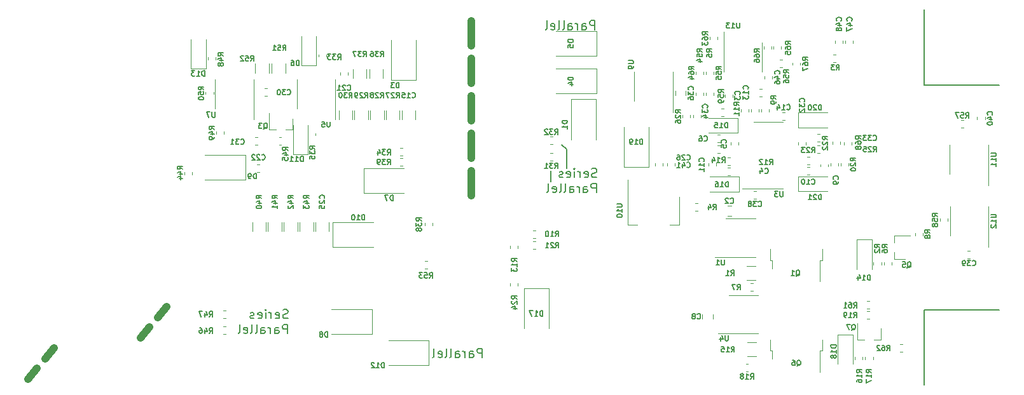
<source format=gbr>
G04 #@! TF.GenerationSoftware,KiCad,Pcbnew,5.1.4+dfsg1-1*
G04 #@! TF.CreationDate,2020-04-05T15:27:55+02:00*
G04 #@! TF.ProjectId,main,6d61696e-2e6b-4696-9361-645f70636258,rev?*
G04 #@! TF.SameCoordinates,Original*
G04 #@! TF.FileFunction,Legend,Bot*
G04 #@! TF.FilePolarity,Positive*
%FSLAX46Y46*%
G04 Gerber Fmt 4.6, Leading zero omitted, Abs format (unit mm)*
G04 Created by KiCad (PCBNEW 5.1.4+dfsg1-1) date 2020-04-05 15:27:55*
%MOMM*%
%LPD*%
G04 APERTURE LIST*
%ADD10C,1.000000*%
%ADD11C,0.200000*%
%ADD12C,0.120000*%
%ADD13C,0.150000*%
G04 APERTURE END LIST*
D10*
X121914214Y-97835786D02*
X120750000Y-99250000D01*
X124164214Y-95085786D02*
X123000000Y-96500000D01*
X136914214Y-92335786D02*
X135750000Y-93750000D01*
X139164214Y-89585786D02*
X138000000Y-91000000D01*
X179750000Y-54750000D02*
X179750000Y-51500000D01*
X179750000Y-59750000D02*
X179750000Y-56500000D01*
X179750000Y-64750000D02*
X179750000Y-61500000D01*
X179750000Y-69750000D02*
X179750000Y-66500000D01*
X179750000Y-74750000D02*
X179750000Y-71500000D01*
D11*
X181184285Y-96342857D02*
X181184285Y-95142857D01*
X180727142Y-95142857D01*
X180612857Y-95200000D01*
X180555714Y-95257142D01*
X180498571Y-95371428D01*
X180498571Y-95542857D01*
X180555714Y-95657142D01*
X180612857Y-95714285D01*
X180727142Y-95771428D01*
X181184285Y-95771428D01*
X179470000Y-96342857D02*
X179470000Y-95714285D01*
X179527142Y-95600000D01*
X179641428Y-95542857D01*
X179870000Y-95542857D01*
X179984285Y-95600000D01*
X179470000Y-96285714D02*
X179584285Y-96342857D01*
X179870000Y-96342857D01*
X179984285Y-96285714D01*
X180041428Y-96171428D01*
X180041428Y-96057142D01*
X179984285Y-95942857D01*
X179870000Y-95885714D01*
X179584285Y-95885714D01*
X179470000Y-95828571D01*
X178898571Y-96342857D02*
X178898571Y-95542857D01*
X178898571Y-95771428D02*
X178841428Y-95657142D01*
X178784285Y-95600000D01*
X178670000Y-95542857D01*
X178555714Y-95542857D01*
X177641428Y-96342857D02*
X177641428Y-95714285D01*
X177698571Y-95600000D01*
X177812857Y-95542857D01*
X178041428Y-95542857D01*
X178155714Y-95600000D01*
X177641428Y-96285714D02*
X177755714Y-96342857D01*
X178041428Y-96342857D01*
X178155714Y-96285714D01*
X178212857Y-96171428D01*
X178212857Y-96057142D01*
X178155714Y-95942857D01*
X178041428Y-95885714D01*
X177755714Y-95885714D01*
X177641428Y-95828571D01*
X176898571Y-96342857D02*
X177012857Y-96285714D01*
X177070000Y-96171428D01*
X177070000Y-95142857D01*
X176270000Y-96342857D02*
X176384285Y-96285714D01*
X176441428Y-96171428D01*
X176441428Y-95142857D01*
X175355714Y-96285714D02*
X175470000Y-96342857D01*
X175698571Y-96342857D01*
X175812857Y-96285714D01*
X175870000Y-96171428D01*
X175870000Y-95714285D01*
X175812857Y-95600000D01*
X175698571Y-95542857D01*
X175470000Y-95542857D01*
X175355714Y-95600000D01*
X175298571Y-95714285D01*
X175298571Y-95828571D01*
X175870000Y-95942857D01*
X174612857Y-96342857D02*
X174727142Y-96285714D01*
X174784285Y-96171428D01*
X174784285Y-95142857D01*
X190300000Y-72900000D02*
X190300000Y-71500000D01*
X192400000Y-68600000D02*
X191800000Y-68000000D01*
X192400000Y-71100000D02*
X192400000Y-68600000D01*
X196441428Y-72285714D02*
X196270000Y-72342857D01*
X195984285Y-72342857D01*
X195870000Y-72285714D01*
X195812857Y-72228571D01*
X195755714Y-72114285D01*
X195755714Y-72000000D01*
X195812857Y-71885714D01*
X195870000Y-71828571D01*
X195984285Y-71771428D01*
X196212857Y-71714285D01*
X196327142Y-71657142D01*
X196384285Y-71600000D01*
X196441428Y-71485714D01*
X196441428Y-71371428D01*
X196384285Y-71257142D01*
X196327142Y-71200000D01*
X196212857Y-71142857D01*
X195927142Y-71142857D01*
X195755714Y-71200000D01*
X194784285Y-72285714D02*
X194898571Y-72342857D01*
X195127142Y-72342857D01*
X195241428Y-72285714D01*
X195298571Y-72171428D01*
X195298571Y-71714285D01*
X195241428Y-71600000D01*
X195127142Y-71542857D01*
X194898571Y-71542857D01*
X194784285Y-71600000D01*
X194727142Y-71714285D01*
X194727142Y-71828571D01*
X195298571Y-71942857D01*
X194212857Y-72342857D02*
X194212857Y-71542857D01*
X194212857Y-71771428D02*
X194155714Y-71657142D01*
X194098571Y-71600000D01*
X193984285Y-71542857D01*
X193870000Y-71542857D01*
X193470000Y-72342857D02*
X193470000Y-71542857D01*
X193470000Y-71142857D02*
X193527142Y-71200000D01*
X193470000Y-71257142D01*
X193412857Y-71200000D01*
X193470000Y-71142857D01*
X193470000Y-71257142D01*
X192441428Y-72285714D02*
X192555714Y-72342857D01*
X192784285Y-72342857D01*
X192898571Y-72285714D01*
X192955714Y-72171428D01*
X192955714Y-71714285D01*
X192898571Y-71600000D01*
X192784285Y-71542857D01*
X192555714Y-71542857D01*
X192441428Y-71600000D01*
X192384285Y-71714285D01*
X192384285Y-71828571D01*
X192955714Y-71942857D01*
X191927142Y-72285714D02*
X191812857Y-72342857D01*
X191584285Y-72342857D01*
X191470000Y-72285714D01*
X191412857Y-72171428D01*
X191412857Y-72114285D01*
X191470000Y-72000000D01*
X191584285Y-71942857D01*
X191755714Y-71942857D01*
X191870000Y-71885714D01*
X191927142Y-71771428D01*
X191927142Y-71714285D01*
X191870000Y-71600000D01*
X191755714Y-71542857D01*
X191584285Y-71542857D01*
X191470000Y-71600000D01*
X196384285Y-74342857D02*
X196384285Y-73142857D01*
X195927142Y-73142857D01*
X195812857Y-73200000D01*
X195755714Y-73257142D01*
X195698571Y-73371428D01*
X195698571Y-73542857D01*
X195755714Y-73657142D01*
X195812857Y-73714285D01*
X195927142Y-73771428D01*
X196384285Y-73771428D01*
X194670000Y-74342857D02*
X194670000Y-73714285D01*
X194727142Y-73600000D01*
X194841428Y-73542857D01*
X195070000Y-73542857D01*
X195184285Y-73600000D01*
X194670000Y-74285714D02*
X194784285Y-74342857D01*
X195070000Y-74342857D01*
X195184285Y-74285714D01*
X195241428Y-74171428D01*
X195241428Y-74057142D01*
X195184285Y-73942857D01*
X195070000Y-73885714D01*
X194784285Y-73885714D01*
X194670000Y-73828571D01*
X194098571Y-74342857D02*
X194098571Y-73542857D01*
X194098571Y-73771428D02*
X194041428Y-73657142D01*
X193984285Y-73600000D01*
X193870000Y-73542857D01*
X193755714Y-73542857D01*
X192841428Y-74342857D02*
X192841428Y-73714285D01*
X192898571Y-73600000D01*
X193012857Y-73542857D01*
X193241428Y-73542857D01*
X193355714Y-73600000D01*
X192841428Y-74285714D02*
X192955714Y-74342857D01*
X193241428Y-74342857D01*
X193355714Y-74285714D01*
X193412857Y-74171428D01*
X193412857Y-74057142D01*
X193355714Y-73942857D01*
X193241428Y-73885714D01*
X192955714Y-73885714D01*
X192841428Y-73828571D01*
X192098571Y-74342857D02*
X192212857Y-74285714D01*
X192270000Y-74171428D01*
X192270000Y-73142857D01*
X191470000Y-74342857D02*
X191584285Y-74285714D01*
X191641428Y-74171428D01*
X191641428Y-73142857D01*
X190555714Y-74285714D02*
X190670000Y-74342857D01*
X190898571Y-74342857D01*
X191012857Y-74285714D01*
X191070000Y-74171428D01*
X191070000Y-73714285D01*
X191012857Y-73600000D01*
X190898571Y-73542857D01*
X190670000Y-73542857D01*
X190555714Y-73600000D01*
X190498571Y-73714285D01*
X190498571Y-73828571D01*
X191070000Y-73942857D01*
X189812857Y-74342857D02*
X189927142Y-74285714D01*
X189984285Y-74171428D01*
X189984285Y-73142857D01*
X196184285Y-52642857D02*
X196184285Y-51442857D01*
X195727142Y-51442857D01*
X195612857Y-51500000D01*
X195555714Y-51557142D01*
X195498571Y-51671428D01*
X195498571Y-51842857D01*
X195555714Y-51957142D01*
X195612857Y-52014285D01*
X195727142Y-52071428D01*
X196184285Y-52071428D01*
X194470000Y-52642857D02*
X194470000Y-52014285D01*
X194527142Y-51900000D01*
X194641428Y-51842857D01*
X194870000Y-51842857D01*
X194984285Y-51900000D01*
X194470000Y-52585714D02*
X194584285Y-52642857D01*
X194870000Y-52642857D01*
X194984285Y-52585714D01*
X195041428Y-52471428D01*
X195041428Y-52357142D01*
X194984285Y-52242857D01*
X194870000Y-52185714D01*
X194584285Y-52185714D01*
X194470000Y-52128571D01*
X193898571Y-52642857D02*
X193898571Y-51842857D01*
X193898571Y-52071428D02*
X193841428Y-51957142D01*
X193784285Y-51900000D01*
X193670000Y-51842857D01*
X193555714Y-51842857D01*
X192641428Y-52642857D02*
X192641428Y-52014285D01*
X192698571Y-51900000D01*
X192812857Y-51842857D01*
X193041428Y-51842857D01*
X193155714Y-51900000D01*
X192641428Y-52585714D02*
X192755714Y-52642857D01*
X193041428Y-52642857D01*
X193155714Y-52585714D01*
X193212857Y-52471428D01*
X193212857Y-52357142D01*
X193155714Y-52242857D01*
X193041428Y-52185714D01*
X192755714Y-52185714D01*
X192641428Y-52128571D01*
X191898571Y-52642857D02*
X192012857Y-52585714D01*
X192070000Y-52471428D01*
X192070000Y-51442857D01*
X191270000Y-52642857D02*
X191384285Y-52585714D01*
X191441428Y-52471428D01*
X191441428Y-51442857D01*
X190355714Y-52585714D02*
X190470000Y-52642857D01*
X190698571Y-52642857D01*
X190812857Y-52585714D01*
X190870000Y-52471428D01*
X190870000Y-52014285D01*
X190812857Y-51900000D01*
X190698571Y-51842857D01*
X190470000Y-51842857D01*
X190355714Y-51900000D01*
X190298571Y-52014285D01*
X190298571Y-52128571D01*
X190870000Y-52242857D01*
X189612857Y-52642857D02*
X189727142Y-52585714D01*
X189784285Y-52471428D01*
X189784285Y-51442857D01*
X240000000Y-60000000D02*
X250000000Y-60000000D01*
X240000000Y-50000000D02*
X240000000Y-60000000D01*
X240000000Y-90000000D02*
X250000000Y-90000000D01*
X240000000Y-100000000D02*
X240000000Y-90000000D01*
X155341428Y-91085714D02*
X155170000Y-91142857D01*
X154884285Y-91142857D01*
X154770000Y-91085714D01*
X154712857Y-91028571D01*
X154655714Y-90914285D01*
X154655714Y-90800000D01*
X154712857Y-90685714D01*
X154770000Y-90628571D01*
X154884285Y-90571428D01*
X155112857Y-90514285D01*
X155227142Y-90457142D01*
X155284285Y-90400000D01*
X155341428Y-90285714D01*
X155341428Y-90171428D01*
X155284285Y-90057142D01*
X155227142Y-90000000D01*
X155112857Y-89942857D01*
X154827142Y-89942857D01*
X154655714Y-90000000D01*
X153684285Y-91085714D02*
X153798571Y-91142857D01*
X154027142Y-91142857D01*
X154141428Y-91085714D01*
X154198571Y-90971428D01*
X154198571Y-90514285D01*
X154141428Y-90400000D01*
X154027142Y-90342857D01*
X153798571Y-90342857D01*
X153684285Y-90400000D01*
X153627142Y-90514285D01*
X153627142Y-90628571D01*
X154198571Y-90742857D01*
X153112857Y-91142857D02*
X153112857Y-90342857D01*
X153112857Y-90571428D02*
X153055714Y-90457142D01*
X152998571Y-90400000D01*
X152884285Y-90342857D01*
X152770000Y-90342857D01*
X152370000Y-91142857D02*
X152370000Y-90342857D01*
X152370000Y-89942857D02*
X152427142Y-90000000D01*
X152370000Y-90057142D01*
X152312857Y-90000000D01*
X152370000Y-89942857D01*
X152370000Y-90057142D01*
X151341428Y-91085714D02*
X151455714Y-91142857D01*
X151684285Y-91142857D01*
X151798571Y-91085714D01*
X151855714Y-90971428D01*
X151855714Y-90514285D01*
X151798571Y-90400000D01*
X151684285Y-90342857D01*
X151455714Y-90342857D01*
X151341428Y-90400000D01*
X151284285Y-90514285D01*
X151284285Y-90628571D01*
X151855714Y-90742857D01*
X150827142Y-91085714D02*
X150712857Y-91142857D01*
X150484285Y-91142857D01*
X150370000Y-91085714D01*
X150312857Y-90971428D01*
X150312857Y-90914285D01*
X150370000Y-90800000D01*
X150484285Y-90742857D01*
X150655714Y-90742857D01*
X150770000Y-90685714D01*
X150827142Y-90571428D01*
X150827142Y-90514285D01*
X150770000Y-90400000D01*
X150655714Y-90342857D01*
X150484285Y-90342857D01*
X150370000Y-90400000D01*
X155284285Y-93142857D02*
X155284285Y-91942857D01*
X154827142Y-91942857D01*
X154712857Y-92000000D01*
X154655714Y-92057142D01*
X154598571Y-92171428D01*
X154598571Y-92342857D01*
X154655714Y-92457142D01*
X154712857Y-92514285D01*
X154827142Y-92571428D01*
X155284285Y-92571428D01*
X153570000Y-93142857D02*
X153570000Y-92514285D01*
X153627142Y-92400000D01*
X153741428Y-92342857D01*
X153970000Y-92342857D01*
X154084285Y-92400000D01*
X153570000Y-93085714D02*
X153684285Y-93142857D01*
X153970000Y-93142857D01*
X154084285Y-93085714D01*
X154141428Y-92971428D01*
X154141428Y-92857142D01*
X154084285Y-92742857D01*
X153970000Y-92685714D01*
X153684285Y-92685714D01*
X153570000Y-92628571D01*
X152998571Y-93142857D02*
X152998571Y-92342857D01*
X152998571Y-92571428D02*
X152941428Y-92457142D01*
X152884285Y-92400000D01*
X152770000Y-92342857D01*
X152655714Y-92342857D01*
X151741428Y-93142857D02*
X151741428Y-92514285D01*
X151798571Y-92400000D01*
X151912857Y-92342857D01*
X152141428Y-92342857D01*
X152255714Y-92400000D01*
X151741428Y-93085714D02*
X151855714Y-93142857D01*
X152141428Y-93142857D01*
X152255714Y-93085714D01*
X152312857Y-92971428D01*
X152312857Y-92857142D01*
X152255714Y-92742857D01*
X152141428Y-92685714D01*
X151855714Y-92685714D01*
X151741428Y-92628571D01*
X150998571Y-93142857D02*
X151112857Y-93085714D01*
X151170000Y-92971428D01*
X151170000Y-91942857D01*
X150370000Y-93142857D02*
X150484285Y-93085714D01*
X150541428Y-92971428D01*
X150541428Y-91942857D01*
X149455714Y-93085714D02*
X149570000Y-93142857D01*
X149798571Y-93142857D01*
X149912857Y-93085714D01*
X149970000Y-92971428D01*
X149970000Y-92514285D01*
X149912857Y-92400000D01*
X149798571Y-92342857D01*
X149570000Y-92342857D01*
X149455714Y-92400000D01*
X149398571Y-92514285D01*
X149398571Y-92628571D01*
X149970000Y-92742857D01*
X148712857Y-93142857D02*
X148827142Y-93085714D01*
X148884285Y-92971428D01*
X148884285Y-91942857D01*
D12*
X221112779Y-57660000D02*
X220787221Y-57660000D01*
X221112779Y-56640000D02*
X220787221Y-56640000D01*
X210990000Y-58562779D02*
X210990000Y-58237221D01*
X212010000Y-58562779D02*
X212010000Y-58237221D01*
X219710000Y-54887221D02*
X219710000Y-55212779D01*
X218690000Y-54887221D02*
X218690000Y-55212779D01*
X219990000Y-55212779D02*
X219990000Y-54887221D01*
X221010000Y-55212779D02*
X221010000Y-54887221D01*
X227260000Y-70587221D02*
X227260000Y-70912779D01*
X226240000Y-70587221D02*
X226240000Y-70912779D01*
X212360000Y-70487221D02*
X212360000Y-70812779D01*
X211340000Y-70487221D02*
X211340000Y-70812779D01*
X229390000Y-67962779D02*
X229390000Y-67637221D01*
X230410000Y-67962779D02*
X230410000Y-67637221D01*
X222490000Y-57362779D02*
X222490000Y-57037221D01*
X223510000Y-57362779D02*
X223510000Y-57037221D01*
X209640000Y-58562779D02*
X209640000Y-58237221D01*
X210660000Y-58562779D02*
X210660000Y-58237221D01*
X211490000Y-53962779D02*
X211490000Y-53637221D01*
X212510000Y-53962779D02*
X212510000Y-53637221D01*
X237162779Y-95610000D02*
X236837221Y-95610000D01*
X237162779Y-94590000D02*
X236837221Y-94590000D01*
X232712779Y-89860000D02*
X232387221Y-89860000D01*
X232712779Y-88840000D02*
X232387221Y-88840000D01*
X228140000Y-54462779D02*
X228140000Y-54137221D01*
X229160000Y-54462779D02*
X229160000Y-54137221D01*
X229540000Y-54462779D02*
X229540000Y-54137221D01*
X230560000Y-54462779D02*
X230560000Y-54137221D01*
X219810000Y-58887221D02*
X219810000Y-59212779D01*
X218790000Y-58887221D02*
X218790000Y-59212779D01*
X213340000Y-56350000D02*
X213340000Y-52900000D01*
X213340000Y-56350000D02*
X213340000Y-58300000D01*
X218460000Y-56350000D02*
X218460000Y-54400000D01*
X218460000Y-56350000D02*
X218460000Y-58300000D01*
X218087221Y-60540000D02*
X218412779Y-60540000D01*
X218087221Y-61560000D02*
X218412779Y-61560000D01*
X214510000Y-61337221D02*
X214510000Y-61662779D01*
X213490000Y-61337221D02*
X213490000Y-61662779D01*
X221137221Y-63640000D02*
X221462779Y-63640000D01*
X221137221Y-64660000D02*
X221462779Y-64660000D01*
X218010000Y-63237221D02*
X218010000Y-63562779D01*
X216990000Y-63237221D02*
X216990000Y-63562779D01*
X184940000Y-86812779D02*
X184940000Y-86487221D01*
X185960000Y-86812779D02*
X185960000Y-86487221D01*
X188262779Y-80410000D02*
X187937221Y-80410000D01*
X188262779Y-79390000D02*
X187937221Y-79390000D01*
X209640000Y-61362779D02*
X209640000Y-61037221D01*
X210660000Y-61362779D02*
X210660000Y-61037221D01*
X207840000Y-64362779D02*
X207840000Y-64037221D01*
X208860000Y-64362779D02*
X208860000Y-64037221D01*
X188262779Y-81860000D02*
X187937221Y-81860000D01*
X188262779Y-80840000D02*
X187937221Y-80840000D01*
X184940000Y-81762779D02*
X184940000Y-81437221D01*
X185960000Y-81762779D02*
X185960000Y-81437221D01*
X210990000Y-61362779D02*
X210990000Y-61037221D01*
X212010000Y-61362779D02*
X212010000Y-61037221D01*
X209862779Y-76810000D02*
X209537221Y-76810000D01*
X209862779Y-75790000D02*
X209537221Y-75790000D01*
X228262779Y-56960000D02*
X227937221Y-56960000D01*
X228262779Y-55940000D02*
X227937221Y-55940000D01*
X248610000Y-78150000D02*
X248610000Y-81600000D01*
X248610000Y-78150000D02*
X248610000Y-76200000D01*
X243490000Y-78150000D02*
X243490000Y-80100000D01*
X243490000Y-78150000D02*
X243490000Y-76200000D01*
X248560000Y-69950000D02*
X248560000Y-73400000D01*
X248560000Y-69950000D02*
X248560000Y-68000000D01*
X243440000Y-69950000D02*
X243440000Y-71900000D01*
X243440000Y-69950000D02*
X243440000Y-68000000D01*
X243160000Y-77849720D02*
X243160000Y-78175278D01*
X242140000Y-77849720D02*
X242140000Y-78175278D01*
X245262779Y-65710000D02*
X244937221Y-65710000D01*
X245262779Y-64690000D02*
X244937221Y-64690000D01*
X213887221Y-69690000D02*
X214212779Y-69690000D01*
X213887221Y-70710000D02*
X214212779Y-70710000D01*
X206890000Y-61358578D02*
X206890000Y-60841422D01*
X208310000Y-61358578D02*
X208310000Y-60841422D01*
X173537221Y-83490000D02*
X173862779Y-83490000D01*
X173537221Y-84510000D02*
X173862779Y-84510000D01*
X173590000Y-78762779D02*
X173590000Y-78437221D01*
X174610000Y-78762779D02*
X174610000Y-78437221D01*
X219820000Y-95470000D02*
X219820000Y-96570000D01*
X219550000Y-95470000D02*
X219820000Y-95470000D01*
X219550000Y-93970000D02*
X219550000Y-95470000D01*
X226180000Y-95470000D02*
X226180000Y-98300000D01*
X226450000Y-95470000D02*
X226180000Y-95470000D01*
X226450000Y-93970000D02*
X226450000Y-95470000D01*
X219820000Y-83370000D02*
X219820000Y-84470000D01*
X219550000Y-83370000D02*
X219820000Y-83370000D01*
X219550000Y-81870000D02*
X219550000Y-83370000D01*
X226180000Y-83370000D02*
X226180000Y-86200000D01*
X226450000Y-83370000D02*
X226180000Y-83370000D01*
X226450000Y-81870000D02*
X226450000Y-83370000D01*
X146737221Y-92190000D02*
X147062779Y-92190000D01*
X146737221Y-93210000D02*
X147062779Y-93210000D01*
X190562779Y-70110000D02*
X190237221Y-70110000D01*
X190562779Y-69090000D02*
X190237221Y-69090000D01*
X174100000Y-94050000D02*
X168700000Y-94050000D01*
X174100000Y-97350000D02*
X168700000Y-97350000D01*
X174100000Y-94050000D02*
X174100000Y-97350000D01*
X196400000Y-52850000D02*
X191000000Y-52850000D01*
X196400000Y-56150000D02*
X191000000Y-56150000D01*
X196400000Y-52850000D02*
X196400000Y-56150000D01*
X144390000Y-61262779D02*
X144390000Y-60937221D01*
X145410000Y-61262779D02*
X145410000Y-60937221D01*
X154462779Y-68010000D02*
X154137221Y-68010000D01*
X154462779Y-66990000D02*
X154137221Y-66990000D01*
X150760000Y-61200000D02*
X150760000Y-64650000D01*
X150760000Y-61200000D02*
X150760000Y-59250000D01*
X145640000Y-61200000D02*
X145640000Y-63150000D01*
X145640000Y-61200000D02*
X145640000Y-59250000D01*
X161660000Y-61200000D02*
X161660000Y-64650000D01*
X161660000Y-61200000D02*
X161660000Y-59250000D01*
X156540000Y-61200000D02*
X156540000Y-63150000D01*
X156540000Y-61200000D02*
X156540000Y-59250000D01*
X155980000Y-65960000D02*
X155980000Y-64500000D01*
X152820000Y-65960000D02*
X152820000Y-63800000D01*
X152820000Y-65960000D02*
X153750000Y-65960000D01*
X155980000Y-65960000D02*
X155050000Y-65960000D01*
X200590000Y-72650000D02*
X200590000Y-78660000D01*
X207410000Y-74900000D02*
X207410000Y-78660000D01*
X200590000Y-78660000D02*
X201850000Y-78660000D01*
X207410000Y-78660000D02*
X206150000Y-78660000D01*
X206560000Y-60200000D02*
X206560000Y-63650000D01*
X206560000Y-60200000D02*
X206560000Y-58250000D01*
X201440000Y-60200000D02*
X201440000Y-62150000D01*
X201440000Y-60200000D02*
X201440000Y-58250000D01*
X216000000Y-93160000D02*
X212550000Y-93160000D01*
X216000000Y-93160000D02*
X217950000Y-93160000D01*
X216000000Y-88040000D02*
X214050000Y-88040000D01*
X216000000Y-88040000D02*
X217950000Y-88040000D01*
X219300000Y-73835000D02*
X215850000Y-73835000D01*
X219300000Y-73835000D02*
X221250000Y-73835000D01*
X219300000Y-64965000D02*
X217350000Y-64965000D01*
X219300000Y-64965000D02*
X221250000Y-64965000D01*
X215600000Y-82960000D02*
X212150000Y-82960000D01*
X215600000Y-82960000D02*
X217550000Y-82960000D01*
X215600000Y-77840000D02*
X213650000Y-77840000D01*
X215600000Y-77840000D02*
X217550000Y-77840000D01*
X146810000Y-66237221D02*
X146810000Y-66562779D01*
X145790000Y-66237221D02*
X145790000Y-66562779D01*
X145710000Y-56337221D02*
X145710000Y-56662779D01*
X144690000Y-56337221D02*
X144690000Y-56662779D01*
X147062779Y-91110000D02*
X146737221Y-91110000D01*
X147062779Y-90090000D02*
X146737221Y-90090000D01*
X142610000Y-71637221D02*
X142610000Y-71962779D01*
X141590000Y-71637221D02*
X141590000Y-71962779D01*
X170237221Y-69790000D02*
X170562779Y-69790000D01*
X170237221Y-70810000D02*
X170562779Y-70810000D01*
X157990000Y-66762779D02*
X157990000Y-66437221D01*
X159010000Y-66762779D02*
X159010000Y-66437221D01*
X170237221Y-68390000D02*
X170562779Y-68390000D01*
X170237221Y-69410000D02*
X170562779Y-69410000D01*
X160410000Y-55937221D02*
X160410000Y-56262779D01*
X159390000Y-55937221D02*
X159390000Y-56262779D01*
X190562779Y-67910000D02*
X190237221Y-67910000D01*
X190562779Y-66890000D02*
X190237221Y-66890000D01*
X226112779Y-69060000D02*
X225787221Y-69060000D01*
X226112779Y-68040000D02*
X225787221Y-68040000D01*
X224762779Y-70660000D02*
X224437221Y-70660000D01*
X224762779Y-69640000D02*
X224437221Y-69640000D01*
X228810000Y-67587221D02*
X228810000Y-67912779D01*
X227790000Y-67587221D02*
X227790000Y-67912779D01*
X228940000Y-70762779D02*
X228940000Y-70437221D01*
X229960000Y-70762779D02*
X229960000Y-70437221D01*
X232712779Y-91210000D02*
X232387221Y-91210000D01*
X232712779Y-90190000D02*
X232387221Y-90190000D01*
X216287221Y-97190000D02*
X216612779Y-97190000D01*
X216287221Y-98210000D02*
X216612779Y-98210000D01*
X233210000Y-96287221D02*
X233210000Y-96612779D01*
X232190000Y-96287221D02*
X232190000Y-96612779D01*
X230790000Y-96612779D02*
X230790000Y-96287221D01*
X231810000Y-96612779D02*
X231810000Y-96287221D01*
X217702064Y-96160000D02*
X216497936Y-96160000D01*
X217702064Y-94340000D02*
X216497936Y-94340000D01*
X212487221Y-68090000D02*
X212812779Y-68090000D01*
X212487221Y-69110000D02*
X212812779Y-69110000D01*
X213037221Y-63140000D02*
X213362779Y-63140000D01*
X213037221Y-64160000D02*
X213362779Y-64160000D01*
X218340000Y-63562779D02*
X218340000Y-63237221D01*
X219360000Y-63562779D02*
X219360000Y-63237221D01*
X239860000Y-79737221D02*
X239860000Y-80062779D01*
X238840000Y-79737221D02*
X238840000Y-80062779D01*
X216887221Y-86490000D02*
X217212779Y-86490000D01*
X216887221Y-87510000D02*
X217212779Y-87510000D01*
X235710000Y-83687221D02*
X235710000Y-84012779D01*
X234690000Y-83687221D02*
X234690000Y-84012779D01*
X233290000Y-84012779D02*
X233290000Y-83687221D01*
X234310000Y-84012779D02*
X234310000Y-83687221D01*
X217602064Y-86010000D02*
X216397936Y-86010000D01*
X217602064Y-84190000D02*
X216397936Y-84190000D01*
X234280000Y-93960000D02*
X234280000Y-92500000D01*
X231120000Y-93960000D02*
X231120000Y-91800000D01*
X231120000Y-93960000D02*
X232050000Y-93960000D01*
X234280000Y-93960000D02*
X233350000Y-93960000D01*
X236040000Y-83230000D02*
X237500000Y-83230000D01*
X236040000Y-80070000D02*
X238200000Y-80070000D01*
X236040000Y-80070000D02*
X236040000Y-81000000D01*
X236040000Y-83230000D02*
X236040000Y-82300000D01*
X223250000Y-74200000D02*
X227150000Y-74200000D01*
X223250000Y-72200000D02*
X227150000Y-72200000D01*
X223250000Y-74200000D02*
X223250000Y-72200000D01*
X223250000Y-65700000D02*
X227150000Y-65700000D01*
X223250000Y-63700000D02*
X227150000Y-63700000D01*
X223250000Y-65700000D02*
X223250000Y-63700000D01*
X203350000Y-71000000D02*
X203350000Y-65600000D01*
X200050000Y-71000000D02*
X200050000Y-65600000D01*
X203350000Y-71000000D02*
X200050000Y-71000000D01*
X228550000Y-93300000D02*
X228550000Y-97200000D01*
X230550000Y-93300000D02*
X230550000Y-97200000D01*
X228550000Y-93300000D02*
X230550000Y-93300000D01*
X186750000Y-87100000D02*
X186750000Y-92500000D01*
X190050000Y-87100000D02*
X190050000Y-92500000D01*
X186750000Y-87100000D02*
X190050000Y-87100000D01*
X215350000Y-72250000D02*
X211450000Y-72250000D01*
X215350000Y-74250000D02*
X211450000Y-74250000D01*
X215350000Y-72250000D02*
X215350000Y-74250000D01*
X215200000Y-64400000D02*
X211300000Y-64400000D01*
X215200000Y-66400000D02*
X211300000Y-66400000D01*
X215200000Y-64400000D02*
X215200000Y-66400000D01*
X231050000Y-80650000D02*
X231050000Y-84550000D01*
X233050000Y-80650000D02*
X233050000Y-84550000D01*
X231050000Y-80650000D02*
X233050000Y-80650000D01*
X158000000Y-69250000D02*
X158000000Y-65350000D01*
X156000000Y-69250000D02*
X156000000Y-65350000D01*
X158000000Y-69250000D02*
X156000000Y-69250000D01*
X193050000Y-61900000D02*
X193050000Y-67300000D01*
X196350000Y-61900000D02*
X196350000Y-67300000D01*
X193050000Y-61900000D02*
X196350000Y-61900000D01*
X204190000Y-70762779D02*
X204190000Y-70437221D01*
X205210000Y-70762779D02*
X205210000Y-70437221D01*
X247090000Y-64612779D02*
X247090000Y-64287221D01*
X248110000Y-64612779D02*
X248110000Y-64287221D01*
X245787221Y-82140000D02*
X246112779Y-82140000D01*
X245787221Y-83160000D02*
X246112779Y-83160000D01*
X217662779Y-75210000D02*
X217337221Y-75210000D01*
X217662779Y-74190000D02*
X217337221Y-74190000D01*
X209290000Y-64362779D02*
X209290000Y-64037221D01*
X210310000Y-64362779D02*
X210310000Y-64037221D01*
X225774721Y-66590000D02*
X226100279Y-66590000D01*
X225774721Y-67610000D02*
X226100279Y-67610000D01*
X224310000Y-67674722D02*
X224310000Y-68000280D01*
X223290000Y-67674722D02*
X223290000Y-68000280D01*
X150937221Y-66990000D02*
X151262779Y-66990000D01*
X150937221Y-68010000D02*
X151262779Y-68010000D01*
X152562779Y-61510000D02*
X152237221Y-61510000D01*
X152562779Y-60490000D02*
X152237221Y-60490000D01*
X205790000Y-70762779D02*
X205790000Y-70437221D01*
X206810000Y-70762779D02*
X206810000Y-70437221D01*
X151562779Y-71610000D02*
X151237221Y-71610000D01*
X151562779Y-70590000D02*
X151237221Y-70590000D01*
X163310000Y-58337221D02*
X163310000Y-58662779D01*
X162290000Y-58337221D02*
X162290000Y-58662779D01*
X224437221Y-70990000D02*
X224762779Y-70990000D01*
X224437221Y-72010000D02*
X224762779Y-72010000D01*
X228610000Y-70437221D02*
X228610000Y-70762779D01*
X227590000Y-70437221D02*
X227590000Y-70762779D01*
X210490000Y-91158578D02*
X210490000Y-90641422D01*
X211910000Y-91158578D02*
X211910000Y-90641422D01*
X212812779Y-67660000D02*
X212487221Y-67660000D01*
X212812779Y-66640000D02*
X212487221Y-66640000D01*
X215310000Y-67687221D02*
X215310000Y-68012779D01*
X214290000Y-67687221D02*
X214290000Y-68012779D01*
X214212779Y-72060000D02*
X213887221Y-72060000D01*
X214212779Y-71040000D02*
X213887221Y-71040000D01*
X215640000Y-63562779D02*
X215640000Y-63237221D01*
X216660000Y-63562779D02*
X216660000Y-63237221D01*
X214358578Y-77510000D02*
X213841422Y-77510000D01*
X214358578Y-76090000D02*
X213841422Y-76090000D01*
X144400000Y-57850000D02*
X144400000Y-53950000D01*
X142400000Y-57850000D02*
X142400000Y-53950000D01*
X144400000Y-57850000D02*
X142400000Y-57850000D01*
X149700000Y-69350000D02*
X144300000Y-69350000D01*
X149700000Y-72650000D02*
X144300000Y-72650000D01*
X149700000Y-69350000D02*
X149700000Y-72650000D01*
X166500000Y-89950000D02*
X161100000Y-89950000D01*
X166500000Y-93250000D02*
X161100000Y-93250000D01*
X166500000Y-89950000D02*
X166500000Y-93250000D01*
X165400000Y-74450000D02*
X170800000Y-74450000D01*
X165400000Y-71150000D02*
X170800000Y-71150000D01*
X165400000Y-74450000D02*
X165400000Y-71150000D01*
X159100000Y-57450000D02*
X159100000Y-53550000D01*
X157100000Y-57450000D02*
X157100000Y-53550000D01*
X159100000Y-57450000D02*
X157100000Y-57450000D01*
X196400000Y-57850000D02*
X191000000Y-57850000D01*
X196400000Y-61150000D02*
X191000000Y-61150000D01*
X196400000Y-57850000D02*
X196400000Y-61150000D01*
X152810000Y-57197936D02*
X152810000Y-58402064D01*
X150990000Y-57197936D02*
X150990000Y-58402064D01*
X155010000Y-57197936D02*
X155010000Y-58402064D01*
X153190000Y-57197936D02*
X153190000Y-58402064D01*
X156890000Y-79502064D02*
X156890000Y-78297936D01*
X158710000Y-79502064D02*
X158710000Y-78297936D01*
X154790000Y-79502064D02*
X154790000Y-78297936D01*
X156610000Y-79502064D02*
X156610000Y-78297936D01*
X152690000Y-79502064D02*
X152690000Y-78297936D01*
X154510000Y-79502064D02*
X154510000Y-78297936D01*
X150590000Y-79502064D02*
X150590000Y-78297936D01*
X152410000Y-79502064D02*
X152410000Y-78297936D01*
X165810000Y-57897936D02*
X165810000Y-59102064D01*
X163990000Y-57897936D02*
X163990000Y-59102064D01*
X168010000Y-57897936D02*
X168010000Y-59102064D01*
X166190000Y-57897936D02*
X166190000Y-59102064D01*
X161300000Y-81650000D02*
X166700000Y-81650000D01*
X161300000Y-78350000D02*
X166700000Y-78350000D01*
X161300000Y-81650000D02*
X161300000Y-78350000D01*
X158990000Y-79502064D02*
X158990000Y-78297936D01*
X160810000Y-79502064D02*
X160810000Y-78297936D01*
X162090000Y-64602064D02*
X162090000Y-63397936D01*
X163910000Y-64602064D02*
X163910000Y-63397936D01*
X164190000Y-64602065D02*
X164190000Y-63397937D01*
X166010000Y-64602065D02*
X166010000Y-63397937D01*
X166290000Y-64602064D02*
X166290000Y-63397936D01*
X168110000Y-64602064D02*
X168110000Y-63397936D01*
X168390000Y-64602064D02*
X168390000Y-63397936D01*
X170210000Y-64602064D02*
X170210000Y-63397936D01*
X172350000Y-59400000D02*
X172350000Y-54000000D01*
X169050000Y-59400000D02*
X169050000Y-54000000D01*
X172350000Y-59400000D02*
X169050000Y-59400000D01*
X170490000Y-64602064D02*
X170490000Y-63397936D01*
X172310000Y-64602064D02*
X172310000Y-63397936D01*
D13*
X222016666Y-58400000D02*
X221683333Y-58166666D01*
X222016666Y-58000000D02*
X221316666Y-58000000D01*
X221316666Y-58266666D01*
X221350000Y-58333333D01*
X221383333Y-58366666D01*
X221450000Y-58400000D01*
X221550000Y-58400000D01*
X221616666Y-58366666D01*
X221650000Y-58333333D01*
X221683333Y-58266666D01*
X221683333Y-58000000D01*
X221316666Y-59033333D02*
X221316666Y-58700000D01*
X221650000Y-58666666D01*
X221616666Y-58700000D01*
X221583333Y-58766666D01*
X221583333Y-58933333D01*
X221616666Y-59000000D01*
X221650000Y-59033333D01*
X221716666Y-59066666D01*
X221883333Y-59066666D01*
X221950000Y-59033333D01*
X221983333Y-59000000D01*
X222016666Y-58933333D01*
X222016666Y-58766666D01*
X221983333Y-58700000D01*
X221950000Y-58666666D01*
X221316666Y-59666666D02*
X221316666Y-59533333D01*
X221350000Y-59466666D01*
X221383333Y-59433333D01*
X221483333Y-59366666D01*
X221616666Y-59333333D01*
X221883333Y-59333333D01*
X221950000Y-59366666D01*
X221983333Y-59400000D01*
X222016666Y-59466666D01*
X222016666Y-59600000D01*
X221983333Y-59666666D01*
X221950000Y-59700000D01*
X221883333Y-59733333D01*
X221716666Y-59733333D01*
X221650000Y-59700000D01*
X221616666Y-59666666D01*
X221583333Y-59600000D01*
X221583333Y-59466666D01*
X221616666Y-59400000D01*
X221650000Y-59366666D01*
X221716666Y-59333333D01*
X213016666Y-57950000D02*
X212683333Y-57716666D01*
X213016666Y-57550000D02*
X212316666Y-57550000D01*
X212316666Y-57816666D01*
X212350000Y-57883333D01*
X212383333Y-57916666D01*
X212450000Y-57950000D01*
X212550000Y-57950000D01*
X212616666Y-57916666D01*
X212650000Y-57883333D01*
X212683333Y-57816666D01*
X212683333Y-57550000D01*
X212316666Y-58583333D02*
X212316666Y-58250000D01*
X212650000Y-58216666D01*
X212616666Y-58250000D01*
X212583333Y-58316666D01*
X212583333Y-58483333D01*
X212616666Y-58550000D01*
X212650000Y-58583333D01*
X212716666Y-58616666D01*
X212883333Y-58616666D01*
X212950000Y-58583333D01*
X212983333Y-58550000D01*
X213016666Y-58483333D01*
X213016666Y-58316666D01*
X212983333Y-58250000D01*
X212950000Y-58216666D01*
X212316666Y-59250000D02*
X212316666Y-58916666D01*
X212650000Y-58883333D01*
X212616666Y-58916666D01*
X212583333Y-58983333D01*
X212583333Y-59150000D01*
X212616666Y-59216666D01*
X212650000Y-59250000D01*
X212716666Y-59283333D01*
X212883333Y-59283333D01*
X212950000Y-59250000D01*
X212983333Y-59216666D01*
X213016666Y-59150000D01*
X213016666Y-58983333D01*
X212983333Y-58916666D01*
X212950000Y-58883333D01*
X218086666Y-55650000D02*
X217753333Y-55416666D01*
X218086666Y-55250000D02*
X217386666Y-55250000D01*
X217386666Y-55516666D01*
X217420000Y-55583333D01*
X217453333Y-55616666D01*
X217520000Y-55650000D01*
X217620000Y-55650000D01*
X217686666Y-55616666D01*
X217720000Y-55583333D01*
X217753333Y-55516666D01*
X217753333Y-55250000D01*
X217386666Y-56250000D02*
X217386666Y-56116666D01*
X217420000Y-56050000D01*
X217453333Y-56016666D01*
X217553333Y-55950000D01*
X217686666Y-55916666D01*
X217953333Y-55916666D01*
X218020000Y-55950000D01*
X218053333Y-55983333D01*
X218086666Y-56050000D01*
X218086666Y-56183333D01*
X218053333Y-56250000D01*
X218020000Y-56283333D01*
X217953333Y-56316666D01*
X217786666Y-56316666D01*
X217720000Y-56283333D01*
X217686666Y-56250000D01*
X217653333Y-56183333D01*
X217653333Y-56050000D01*
X217686666Y-55983333D01*
X217720000Y-55950000D01*
X217786666Y-55916666D01*
X217386666Y-56916666D02*
X217386666Y-56783333D01*
X217420000Y-56716666D01*
X217453333Y-56683333D01*
X217553333Y-56616666D01*
X217686666Y-56583333D01*
X217953333Y-56583333D01*
X218020000Y-56616666D01*
X218053333Y-56650000D01*
X218086666Y-56716666D01*
X218086666Y-56850000D01*
X218053333Y-56916666D01*
X218020000Y-56950000D01*
X217953333Y-56983333D01*
X217786666Y-56983333D01*
X217720000Y-56950000D01*
X217686666Y-56916666D01*
X217653333Y-56850000D01*
X217653333Y-56716666D01*
X217686666Y-56650000D01*
X217720000Y-56616666D01*
X217786666Y-56583333D01*
X222246666Y-54600000D02*
X221913333Y-54366666D01*
X222246666Y-54200000D02*
X221546666Y-54200000D01*
X221546666Y-54466666D01*
X221580000Y-54533333D01*
X221613333Y-54566666D01*
X221680000Y-54600000D01*
X221780000Y-54600000D01*
X221846666Y-54566666D01*
X221880000Y-54533333D01*
X221913333Y-54466666D01*
X221913333Y-54200000D01*
X221546666Y-55200000D02*
X221546666Y-55066666D01*
X221580000Y-55000000D01*
X221613333Y-54966666D01*
X221713333Y-54900000D01*
X221846666Y-54866666D01*
X222113333Y-54866666D01*
X222180000Y-54900000D01*
X222213333Y-54933333D01*
X222246666Y-55000000D01*
X222246666Y-55133333D01*
X222213333Y-55200000D01*
X222180000Y-55233333D01*
X222113333Y-55266666D01*
X221946666Y-55266666D01*
X221880000Y-55233333D01*
X221846666Y-55200000D01*
X221813333Y-55133333D01*
X221813333Y-55000000D01*
X221846666Y-54933333D01*
X221880000Y-54900000D01*
X221946666Y-54866666D01*
X221546666Y-55900000D02*
X221546666Y-55566666D01*
X221880000Y-55533333D01*
X221846666Y-55566666D01*
X221813333Y-55633333D01*
X221813333Y-55800000D01*
X221846666Y-55866666D01*
X221880000Y-55900000D01*
X221946666Y-55933333D01*
X222113333Y-55933333D01*
X222180000Y-55900000D01*
X222213333Y-55866666D01*
X222246666Y-55800000D01*
X222246666Y-55633333D01*
X222213333Y-55566666D01*
X222180000Y-55533333D01*
X210670000Y-70200000D02*
X210703333Y-70166666D01*
X210736666Y-70066666D01*
X210736666Y-70000000D01*
X210703333Y-69900000D01*
X210636666Y-69833333D01*
X210570000Y-69800000D01*
X210436666Y-69766666D01*
X210336666Y-69766666D01*
X210203333Y-69800000D01*
X210136666Y-69833333D01*
X210070000Y-69900000D01*
X210036666Y-70000000D01*
X210036666Y-70066666D01*
X210070000Y-70166666D01*
X210103333Y-70200000D01*
X210736666Y-70866666D02*
X210736666Y-70466666D01*
X210736666Y-70666666D02*
X210036666Y-70666666D01*
X210136666Y-70600000D01*
X210203333Y-70533333D01*
X210236666Y-70466666D01*
X210736666Y-71533333D02*
X210736666Y-71133333D01*
X210736666Y-71333333D02*
X210036666Y-71333333D01*
X210136666Y-71266666D01*
X210203333Y-71200000D01*
X210236666Y-71133333D01*
X231616666Y-67250000D02*
X231283333Y-67016666D01*
X231616666Y-66850000D02*
X230916666Y-66850000D01*
X230916666Y-67116666D01*
X230950000Y-67183333D01*
X230983333Y-67216666D01*
X231050000Y-67250000D01*
X231150000Y-67250000D01*
X231216666Y-67216666D01*
X231250000Y-67183333D01*
X231283333Y-67116666D01*
X231283333Y-66850000D01*
X230916666Y-67850000D02*
X230916666Y-67716666D01*
X230950000Y-67650000D01*
X230983333Y-67616666D01*
X231083333Y-67550000D01*
X231216666Y-67516666D01*
X231483333Y-67516666D01*
X231550000Y-67550000D01*
X231583333Y-67583333D01*
X231616666Y-67650000D01*
X231616666Y-67783333D01*
X231583333Y-67850000D01*
X231550000Y-67883333D01*
X231483333Y-67916666D01*
X231316666Y-67916666D01*
X231250000Y-67883333D01*
X231216666Y-67850000D01*
X231183333Y-67783333D01*
X231183333Y-67650000D01*
X231216666Y-67583333D01*
X231250000Y-67550000D01*
X231316666Y-67516666D01*
X231216666Y-68316666D02*
X231183333Y-68250000D01*
X231150000Y-68216666D01*
X231083333Y-68183333D01*
X231050000Y-68183333D01*
X230983333Y-68216666D01*
X230950000Y-68250000D01*
X230916666Y-68316666D01*
X230916666Y-68450000D01*
X230950000Y-68516666D01*
X230983333Y-68550000D01*
X231050000Y-68583333D01*
X231083333Y-68583333D01*
X231150000Y-68550000D01*
X231183333Y-68516666D01*
X231216666Y-68450000D01*
X231216666Y-68316666D01*
X231250000Y-68250000D01*
X231283333Y-68216666D01*
X231350000Y-68183333D01*
X231483333Y-68183333D01*
X231550000Y-68216666D01*
X231583333Y-68250000D01*
X231616666Y-68316666D01*
X231616666Y-68450000D01*
X231583333Y-68516666D01*
X231550000Y-68550000D01*
X231483333Y-68583333D01*
X231350000Y-68583333D01*
X231283333Y-68550000D01*
X231250000Y-68516666D01*
X231216666Y-68450000D01*
X224566666Y-56750000D02*
X224233333Y-56516666D01*
X224566666Y-56350000D02*
X223866666Y-56350000D01*
X223866666Y-56616666D01*
X223900000Y-56683333D01*
X223933333Y-56716666D01*
X224000000Y-56750000D01*
X224100000Y-56750000D01*
X224166666Y-56716666D01*
X224200000Y-56683333D01*
X224233333Y-56616666D01*
X224233333Y-56350000D01*
X223866666Y-57350000D02*
X223866666Y-57216666D01*
X223900000Y-57150000D01*
X223933333Y-57116666D01*
X224033333Y-57050000D01*
X224166666Y-57016666D01*
X224433333Y-57016666D01*
X224500000Y-57050000D01*
X224533333Y-57083333D01*
X224566666Y-57150000D01*
X224566666Y-57283333D01*
X224533333Y-57350000D01*
X224500000Y-57383333D01*
X224433333Y-57416666D01*
X224266666Y-57416666D01*
X224200000Y-57383333D01*
X224166666Y-57350000D01*
X224133333Y-57283333D01*
X224133333Y-57150000D01*
X224166666Y-57083333D01*
X224200000Y-57050000D01*
X224266666Y-57016666D01*
X223866666Y-57650000D02*
X223866666Y-58116666D01*
X224566666Y-57816666D01*
X209366666Y-57950000D02*
X209033333Y-57716666D01*
X209366666Y-57550000D02*
X208666666Y-57550000D01*
X208666666Y-57816666D01*
X208700000Y-57883333D01*
X208733333Y-57916666D01*
X208800000Y-57950000D01*
X208900000Y-57950000D01*
X208966666Y-57916666D01*
X209000000Y-57883333D01*
X209033333Y-57816666D01*
X209033333Y-57550000D01*
X208666666Y-58550000D02*
X208666666Y-58416666D01*
X208700000Y-58350000D01*
X208733333Y-58316666D01*
X208833333Y-58250000D01*
X208966666Y-58216666D01*
X209233333Y-58216666D01*
X209300000Y-58250000D01*
X209333333Y-58283333D01*
X209366666Y-58350000D01*
X209366666Y-58483333D01*
X209333333Y-58550000D01*
X209300000Y-58583333D01*
X209233333Y-58616666D01*
X209066666Y-58616666D01*
X209000000Y-58583333D01*
X208966666Y-58550000D01*
X208933333Y-58483333D01*
X208933333Y-58350000D01*
X208966666Y-58283333D01*
X209000000Y-58250000D01*
X209066666Y-58216666D01*
X208900000Y-59216666D02*
X209366666Y-59216666D01*
X208633333Y-59050000D02*
X209133333Y-58883333D01*
X209133333Y-59316666D01*
X211216666Y-53350000D02*
X210883333Y-53116666D01*
X211216666Y-52950000D02*
X210516666Y-52950000D01*
X210516666Y-53216666D01*
X210550000Y-53283333D01*
X210583333Y-53316666D01*
X210650000Y-53350000D01*
X210750000Y-53350000D01*
X210816666Y-53316666D01*
X210850000Y-53283333D01*
X210883333Y-53216666D01*
X210883333Y-52950000D01*
X210516666Y-53950000D02*
X210516666Y-53816666D01*
X210550000Y-53750000D01*
X210583333Y-53716666D01*
X210683333Y-53650000D01*
X210816666Y-53616666D01*
X211083333Y-53616666D01*
X211150000Y-53650000D01*
X211183333Y-53683333D01*
X211216666Y-53750000D01*
X211216666Y-53883333D01*
X211183333Y-53950000D01*
X211150000Y-53983333D01*
X211083333Y-54016666D01*
X210916666Y-54016666D01*
X210850000Y-53983333D01*
X210816666Y-53950000D01*
X210783333Y-53883333D01*
X210783333Y-53750000D01*
X210816666Y-53683333D01*
X210850000Y-53650000D01*
X210916666Y-53616666D01*
X210516666Y-54250000D02*
X210516666Y-54683333D01*
X210783333Y-54450000D01*
X210783333Y-54550000D01*
X210816666Y-54616666D01*
X210850000Y-54650000D01*
X210916666Y-54683333D01*
X211083333Y-54683333D01*
X211150000Y-54650000D01*
X211183333Y-54616666D01*
X211216666Y-54550000D01*
X211216666Y-54350000D01*
X211183333Y-54283333D01*
X211150000Y-54250000D01*
X235050000Y-95416666D02*
X235283333Y-95083333D01*
X235450000Y-95416666D02*
X235450000Y-94716666D01*
X235183333Y-94716666D01*
X235116666Y-94750000D01*
X235083333Y-94783333D01*
X235050000Y-94850000D01*
X235050000Y-94950000D01*
X235083333Y-95016666D01*
X235116666Y-95050000D01*
X235183333Y-95083333D01*
X235450000Y-95083333D01*
X234450000Y-94716666D02*
X234583333Y-94716666D01*
X234650000Y-94750000D01*
X234683333Y-94783333D01*
X234750000Y-94883333D01*
X234783333Y-95016666D01*
X234783333Y-95283333D01*
X234750000Y-95350000D01*
X234716666Y-95383333D01*
X234650000Y-95416666D01*
X234516666Y-95416666D01*
X234450000Y-95383333D01*
X234416666Y-95350000D01*
X234383333Y-95283333D01*
X234383333Y-95116666D01*
X234416666Y-95050000D01*
X234450000Y-95016666D01*
X234516666Y-94983333D01*
X234650000Y-94983333D01*
X234716666Y-95016666D01*
X234750000Y-95050000D01*
X234783333Y-95116666D01*
X234116666Y-94783333D02*
X234083333Y-94750000D01*
X234016666Y-94716666D01*
X233850000Y-94716666D01*
X233783333Y-94750000D01*
X233750000Y-94783333D01*
X233716666Y-94850000D01*
X233716666Y-94916666D01*
X233750000Y-95016666D01*
X234150000Y-95416666D01*
X233716666Y-95416666D01*
X230650000Y-89716666D02*
X230883333Y-89383333D01*
X231050000Y-89716666D02*
X231050000Y-89016666D01*
X230783333Y-89016666D01*
X230716666Y-89050000D01*
X230683333Y-89083333D01*
X230650000Y-89150000D01*
X230650000Y-89250000D01*
X230683333Y-89316666D01*
X230716666Y-89350000D01*
X230783333Y-89383333D01*
X231050000Y-89383333D01*
X230050000Y-89016666D02*
X230183333Y-89016666D01*
X230250000Y-89050000D01*
X230283333Y-89083333D01*
X230350000Y-89183333D01*
X230383333Y-89316666D01*
X230383333Y-89583333D01*
X230350000Y-89650000D01*
X230316666Y-89683333D01*
X230250000Y-89716666D01*
X230116666Y-89716666D01*
X230050000Y-89683333D01*
X230016666Y-89650000D01*
X229983333Y-89583333D01*
X229983333Y-89416666D01*
X230016666Y-89350000D01*
X230050000Y-89316666D01*
X230116666Y-89283333D01*
X230250000Y-89283333D01*
X230316666Y-89316666D01*
X230350000Y-89350000D01*
X230383333Y-89416666D01*
X229316666Y-89716666D02*
X229716666Y-89716666D01*
X229516666Y-89716666D02*
X229516666Y-89016666D01*
X229583333Y-89116666D01*
X229650000Y-89183333D01*
X229716666Y-89216666D01*
X228950000Y-51450000D02*
X228983333Y-51416666D01*
X229016666Y-51316666D01*
X229016666Y-51250000D01*
X228983333Y-51150000D01*
X228916666Y-51083333D01*
X228850000Y-51050000D01*
X228716666Y-51016666D01*
X228616666Y-51016666D01*
X228483333Y-51050000D01*
X228416666Y-51083333D01*
X228350000Y-51150000D01*
X228316666Y-51250000D01*
X228316666Y-51316666D01*
X228350000Y-51416666D01*
X228383333Y-51450000D01*
X228550000Y-52050000D02*
X229016666Y-52050000D01*
X228283333Y-51883333D02*
X228783333Y-51716666D01*
X228783333Y-52150000D01*
X228616666Y-52516666D02*
X228583333Y-52450000D01*
X228550000Y-52416666D01*
X228483333Y-52383333D01*
X228450000Y-52383333D01*
X228383333Y-52416666D01*
X228350000Y-52450000D01*
X228316666Y-52516666D01*
X228316666Y-52650000D01*
X228350000Y-52716666D01*
X228383333Y-52750000D01*
X228450000Y-52783333D01*
X228483333Y-52783333D01*
X228550000Y-52750000D01*
X228583333Y-52716666D01*
X228616666Y-52650000D01*
X228616666Y-52516666D01*
X228650000Y-52450000D01*
X228683333Y-52416666D01*
X228750000Y-52383333D01*
X228883333Y-52383333D01*
X228950000Y-52416666D01*
X228983333Y-52450000D01*
X229016666Y-52516666D01*
X229016666Y-52650000D01*
X228983333Y-52716666D01*
X228950000Y-52750000D01*
X228883333Y-52783333D01*
X228750000Y-52783333D01*
X228683333Y-52750000D01*
X228650000Y-52716666D01*
X228616666Y-52650000D01*
X230350000Y-51450000D02*
X230383333Y-51416666D01*
X230416666Y-51316666D01*
X230416666Y-51250000D01*
X230383333Y-51150000D01*
X230316666Y-51083333D01*
X230250000Y-51050000D01*
X230116666Y-51016666D01*
X230016666Y-51016666D01*
X229883333Y-51050000D01*
X229816666Y-51083333D01*
X229750000Y-51150000D01*
X229716666Y-51250000D01*
X229716666Y-51316666D01*
X229750000Y-51416666D01*
X229783333Y-51450000D01*
X229950000Y-52050000D02*
X230416666Y-52050000D01*
X229683333Y-51883333D02*
X230183333Y-51716666D01*
X230183333Y-52150000D01*
X229716666Y-52350000D02*
X229716666Y-52816666D01*
X230416666Y-52516666D01*
X220750000Y-58550000D02*
X220783333Y-58516666D01*
X220816666Y-58416666D01*
X220816666Y-58350000D01*
X220783333Y-58250000D01*
X220716666Y-58183333D01*
X220650000Y-58150000D01*
X220516666Y-58116666D01*
X220416666Y-58116666D01*
X220283333Y-58150000D01*
X220216666Y-58183333D01*
X220150000Y-58250000D01*
X220116666Y-58350000D01*
X220116666Y-58416666D01*
X220150000Y-58516666D01*
X220183333Y-58550000D01*
X220350000Y-59150000D02*
X220816666Y-59150000D01*
X220083333Y-58983333D02*
X220583333Y-58816666D01*
X220583333Y-59250000D01*
X220116666Y-59816666D02*
X220116666Y-59683333D01*
X220150000Y-59616666D01*
X220183333Y-59583333D01*
X220283333Y-59516666D01*
X220416666Y-59483333D01*
X220683333Y-59483333D01*
X220750000Y-59516666D01*
X220783333Y-59550000D01*
X220816666Y-59616666D01*
X220816666Y-59750000D01*
X220783333Y-59816666D01*
X220750000Y-59850000D01*
X220683333Y-59883333D01*
X220516666Y-59883333D01*
X220450000Y-59850000D01*
X220416666Y-59816666D01*
X220383333Y-59750000D01*
X220383333Y-59616666D01*
X220416666Y-59550000D01*
X220450000Y-59516666D01*
X220516666Y-59483333D01*
X215466666Y-51716666D02*
X215466666Y-52283333D01*
X215433333Y-52350000D01*
X215400000Y-52383333D01*
X215333333Y-52416666D01*
X215200000Y-52416666D01*
X215133333Y-52383333D01*
X215100000Y-52350000D01*
X215066666Y-52283333D01*
X215066666Y-51716666D01*
X214366666Y-52416666D02*
X214766666Y-52416666D01*
X214566666Y-52416666D02*
X214566666Y-51716666D01*
X214633333Y-51816666D01*
X214700000Y-51883333D01*
X214766666Y-51916666D01*
X214133333Y-51716666D02*
X213700000Y-51716666D01*
X213933333Y-51983333D01*
X213833333Y-51983333D01*
X213766666Y-52016666D01*
X213733333Y-52050000D01*
X213700000Y-52116666D01*
X213700000Y-52283333D01*
X213733333Y-52350000D01*
X213766666Y-52383333D01*
X213833333Y-52416666D01*
X214033333Y-52416666D01*
X214100000Y-52383333D01*
X214133333Y-52350000D01*
X213316666Y-61050000D02*
X212983333Y-60816666D01*
X213316666Y-60650000D02*
X212616666Y-60650000D01*
X212616666Y-60916666D01*
X212650000Y-60983333D01*
X212683333Y-61016666D01*
X212750000Y-61050000D01*
X212850000Y-61050000D01*
X212916666Y-61016666D01*
X212950000Y-60983333D01*
X212983333Y-60916666D01*
X212983333Y-60650000D01*
X212616666Y-61683333D02*
X212616666Y-61350000D01*
X212950000Y-61316666D01*
X212916666Y-61350000D01*
X212883333Y-61416666D01*
X212883333Y-61583333D01*
X212916666Y-61650000D01*
X212950000Y-61683333D01*
X213016666Y-61716666D01*
X213183333Y-61716666D01*
X213250000Y-61683333D01*
X213283333Y-61650000D01*
X213316666Y-61583333D01*
X213316666Y-61416666D01*
X213283333Y-61350000D01*
X213250000Y-61316666D01*
X213316666Y-62050000D02*
X213316666Y-62183333D01*
X213283333Y-62250000D01*
X213250000Y-62283333D01*
X213150000Y-62350000D01*
X213016666Y-62383333D01*
X212750000Y-62383333D01*
X212683333Y-62350000D01*
X212650000Y-62316666D01*
X212616666Y-62250000D01*
X212616666Y-62116666D01*
X212650000Y-62050000D01*
X212683333Y-62016666D01*
X212750000Y-61983333D01*
X212916666Y-61983333D01*
X212983333Y-62016666D01*
X213016666Y-62050000D01*
X213050000Y-62116666D01*
X213050000Y-62250000D01*
X213016666Y-62316666D01*
X212983333Y-62350000D01*
X212916666Y-62383333D01*
X221750000Y-63250000D02*
X221783333Y-63283333D01*
X221883333Y-63316666D01*
X221950000Y-63316666D01*
X222050000Y-63283333D01*
X222116666Y-63216666D01*
X222150000Y-63150000D01*
X222183333Y-63016666D01*
X222183333Y-62916666D01*
X222150000Y-62783333D01*
X222116666Y-62716666D01*
X222050000Y-62650000D01*
X221950000Y-62616666D01*
X221883333Y-62616666D01*
X221783333Y-62650000D01*
X221750000Y-62683333D01*
X221083333Y-63316666D02*
X221483333Y-63316666D01*
X221283333Y-63316666D02*
X221283333Y-62616666D01*
X221350000Y-62716666D01*
X221416666Y-62783333D01*
X221483333Y-62816666D01*
X220483333Y-62850000D02*
X220483333Y-63316666D01*
X220650000Y-62583333D02*
X220816666Y-63083333D01*
X220383333Y-63083333D01*
X216550000Y-60550000D02*
X216583333Y-60516666D01*
X216616666Y-60416666D01*
X216616666Y-60350000D01*
X216583333Y-60250000D01*
X216516666Y-60183333D01*
X216450000Y-60150000D01*
X216316666Y-60116666D01*
X216216666Y-60116666D01*
X216083333Y-60150000D01*
X216016666Y-60183333D01*
X215950000Y-60250000D01*
X215916666Y-60350000D01*
X215916666Y-60416666D01*
X215950000Y-60516666D01*
X215983333Y-60550000D01*
X216616666Y-61216666D02*
X216616666Y-60816666D01*
X216616666Y-61016666D02*
X215916666Y-61016666D01*
X216016666Y-60950000D01*
X216083333Y-60883333D01*
X216116666Y-60816666D01*
X215916666Y-61450000D02*
X215916666Y-61883333D01*
X216183333Y-61650000D01*
X216183333Y-61750000D01*
X216216666Y-61816666D01*
X216250000Y-61850000D01*
X216316666Y-61883333D01*
X216483333Y-61883333D01*
X216550000Y-61850000D01*
X216583333Y-61816666D01*
X216616666Y-61750000D01*
X216616666Y-61550000D01*
X216583333Y-61483333D01*
X216550000Y-61450000D01*
X185816666Y-88550000D02*
X185483333Y-88316666D01*
X185816666Y-88150000D02*
X185116666Y-88150000D01*
X185116666Y-88416666D01*
X185150000Y-88483333D01*
X185183333Y-88516666D01*
X185250000Y-88550000D01*
X185350000Y-88550000D01*
X185416666Y-88516666D01*
X185450000Y-88483333D01*
X185483333Y-88416666D01*
X185483333Y-88150000D01*
X185183333Y-88816666D02*
X185150000Y-88850000D01*
X185116666Y-88916666D01*
X185116666Y-89083333D01*
X185150000Y-89150000D01*
X185183333Y-89183333D01*
X185250000Y-89216666D01*
X185316666Y-89216666D01*
X185416666Y-89183333D01*
X185816666Y-88783333D01*
X185816666Y-89216666D01*
X185350000Y-89816666D02*
X185816666Y-89816666D01*
X185083333Y-89650000D02*
X185583333Y-89483333D01*
X185583333Y-89916666D01*
X190950000Y-80216666D02*
X191183333Y-79883333D01*
X191350000Y-80216666D02*
X191350000Y-79516666D01*
X191083333Y-79516666D01*
X191016666Y-79550000D01*
X190983333Y-79583333D01*
X190950000Y-79650000D01*
X190950000Y-79750000D01*
X190983333Y-79816666D01*
X191016666Y-79850000D01*
X191083333Y-79883333D01*
X191350000Y-79883333D01*
X190283333Y-80216666D02*
X190683333Y-80216666D01*
X190483333Y-80216666D02*
X190483333Y-79516666D01*
X190550000Y-79616666D01*
X190616666Y-79683333D01*
X190683333Y-79716666D01*
X189850000Y-79516666D02*
X189783333Y-79516666D01*
X189716666Y-79550000D01*
X189683333Y-79583333D01*
X189650000Y-79650000D01*
X189616666Y-79783333D01*
X189616666Y-79950000D01*
X189650000Y-80083333D01*
X189683333Y-80150000D01*
X189716666Y-80183333D01*
X189783333Y-80216666D01*
X189850000Y-80216666D01*
X189916666Y-80183333D01*
X189950000Y-80150000D01*
X189983333Y-80083333D01*
X190016666Y-79950000D01*
X190016666Y-79783333D01*
X189983333Y-79650000D01*
X189950000Y-79583333D01*
X189916666Y-79550000D01*
X189850000Y-79516666D01*
X210466666Y-55600000D02*
X210133333Y-55366666D01*
X210466666Y-55200000D02*
X209766666Y-55200000D01*
X209766666Y-55466666D01*
X209800000Y-55533333D01*
X209833333Y-55566666D01*
X209900000Y-55600000D01*
X210000000Y-55600000D01*
X210066666Y-55566666D01*
X210100000Y-55533333D01*
X210133333Y-55466666D01*
X210133333Y-55200000D01*
X209766666Y-56233333D02*
X209766666Y-55900000D01*
X210100000Y-55866666D01*
X210066666Y-55900000D01*
X210033333Y-55966666D01*
X210033333Y-56133333D01*
X210066666Y-56200000D01*
X210100000Y-56233333D01*
X210166666Y-56266666D01*
X210333333Y-56266666D01*
X210400000Y-56233333D01*
X210433333Y-56200000D01*
X210466666Y-56133333D01*
X210466666Y-55966666D01*
X210433333Y-55900000D01*
X210400000Y-55866666D01*
X210000000Y-56866666D02*
X210466666Y-56866666D01*
X209733333Y-56700000D02*
X210233333Y-56533333D01*
X210233333Y-56966666D01*
X207616666Y-63750000D02*
X207283333Y-63516666D01*
X207616666Y-63350000D02*
X206916666Y-63350000D01*
X206916666Y-63616666D01*
X206950000Y-63683333D01*
X206983333Y-63716666D01*
X207050000Y-63750000D01*
X207150000Y-63750000D01*
X207216666Y-63716666D01*
X207250000Y-63683333D01*
X207283333Y-63616666D01*
X207283333Y-63350000D01*
X206983333Y-64016666D02*
X206950000Y-64050000D01*
X206916666Y-64116666D01*
X206916666Y-64283333D01*
X206950000Y-64350000D01*
X206983333Y-64383333D01*
X207050000Y-64416666D01*
X207116666Y-64416666D01*
X207216666Y-64383333D01*
X207616666Y-63983333D01*
X207616666Y-64416666D01*
X206916666Y-65016666D02*
X206916666Y-64883333D01*
X206950000Y-64816666D01*
X206983333Y-64783333D01*
X207083333Y-64716666D01*
X207216666Y-64683333D01*
X207483333Y-64683333D01*
X207550000Y-64716666D01*
X207583333Y-64750000D01*
X207616666Y-64816666D01*
X207616666Y-64950000D01*
X207583333Y-65016666D01*
X207550000Y-65050000D01*
X207483333Y-65083333D01*
X207316666Y-65083333D01*
X207250000Y-65050000D01*
X207216666Y-65016666D01*
X207183333Y-64950000D01*
X207183333Y-64816666D01*
X207216666Y-64750000D01*
X207250000Y-64716666D01*
X207316666Y-64683333D01*
X190950000Y-81716666D02*
X191183333Y-81383333D01*
X191350000Y-81716666D02*
X191350000Y-81016666D01*
X191083333Y-81016666D01*
X191016666Y-81050000D01*
X190983333Y-81083333D01*
X190950000Y-81150000D01*
X190950000Y-81250000D01*
X190983333Y-81316666D01*
X191016666Y-81350000D01*
X191083333Y-81383333D01*
X191350000Y-81383333D01*
X190683333Y-81083333D02*
X190650000Y-81050000D01*
X190583333Y-81016666D01*
X190416666Y-81016666D01*
X190350000Y-81050000D01*
X190316666Y-81083333D01*
X190283333Y-81150000D01*
X190283333Y-81216666D01*
X190316666Y-81316666D01*
X190716666Y-81716666D01*
X190283333Y-81716666D01*
X189616666Y-81716666D02*
X190016666Y-81716666D01*
X189816666Y-81716666D02*
X189816666Y-81016666D01*
X189883333Y-81116666D01*
X189950000Y-81183333D01*
X190016666Y-81216666D01*
X185816666Y-83550000D02*
X185483333Y-83316666D01*
X185816666Y-83150000D02*
X185116666Y-83150000D01*
X185116666Y-83416666D01*
X185150000Y-83483333D01*
X185183333Y-83516666D01*
X185250000Y-83550000D01*
X185350000Y-83550000D01*
X185416666Y-83516666D01*
X185450000Y-83483333D01*
X185483333Y-83416666D01*
X185483333Y-83150000D01*
X185816666Y-84216666D02*
X185816666Y-83816666D01*
X185816666Y-84016666D02*
X185116666Y-84016666D01*
X185216666Y-83950000D01*
X185283333Y-83883333D01*
X185316666Y-83816666D01*
X185116666Y-84450000D02*
X185116666Y-84883333D01*
X185383333Y-84650000D01*
X185383333Y-84750000D01*
X185416666Y-84816666D01*
X185450000Y-84850000D01*
X185516666Y-84883333D01*
X185683333Y-84883333D01*
X185750000Y-84850000D01*
X185783333Y-84816666D01*
X185816666Y-84750000D01*
X185816666Y-84550000D01*
X185783333Y-84483333D01*
X185750000Y-84450000D01*
X211766666Y-55633333D02*
X211433333Y-55400000D01*
X211766666Y-55233333D02*
X211066666Y-55233333D01*
X211066666Y-55500000D01*
X211100000Y-55566666D01*
X211133333Y-55600000D01*
X211200000Y-55633333D01*
X211300000Y-55633333D01*
X211366666Y-55600000D01*
X211400000Y-55566666D01*
X211433333Y-55500000D01*
X211433333Y-55233333D01*
X211066666Y-56266666D02*
X211066666Y-55933333D01*
X211400000Y-55900000D01*
X211366666Y-55933333D01*
X211333333Y-56000000D01*
X211333333Y-56166666D01*
X211366666Y-56233333D01*
X211400000Y-56266666D01*
X211466666Y-56300000D01*
X211633333Y-56300000D01*
X211700000Y-56266666D01*
X211733333Y-56233333D01*
X211766666Y-56166666D01*
X211766666Y-56000000D01*
X211733333Y-55933333D01*
X211700000Y-55900000D01*
X211916666Y-76616666D02*
X212150000Y-76283333D01*
X212316666Y-76616666D02*
X212316666Y-75916666D01*
X212050000Y-75916666D01*
X211983333Y-75950000D01*
X211950000Y-75983333D01*
X211916666Y-76050000D01*
X211916666Y-76150000D01*
X211950000Y-76216666D01*
X211983333Y-76250000D01*
X212050000Y-76283333D01*
X212316666Y-76283333D01*
X211316666Y-76150000D02*
X211316666Y-76616666D01*
X211483333Y-75883333D02*
X211650000Y-76383333D01*
X211216666Y-76383333D01*
X228316666Y-58016666D02*
X228550000Y-57683333D01*
X228716666Y-58016666D02*
X228716666Y-57316666D01*
X228450000Y-57316666D01*
X228383333Y-57350000D01*
X228350000Y-57383333D01*
X228316666Y-57450000D01*
X228316666Y-57550000D01*
X228350000Y-57616666D01*
X228383333Y-57650000D01*
X228450000Y-57683333D01*
X228716666Y-57683333D01*
X228083333Y-57316666D02*
X227650000Y-57316666D01*
X227883333Y-57583333D01*
X227783333Y-57583333D01*
X227716666Y-57616666D01*
X227683333Y-57650000D01*
X227650000Y-57716666D01*
X227650000Y-57883333D01*
X227683333Y-57950000D01*
X227716666Y-57983333D01*
X227783333Y-58016666D01*
X227983333Y-58016666D01*
X228050000Y-57983333D01*
X228083333Y-57950000D01*
X248916666Y-77283333D02*
X249483333Y-77283333D01*
X249550000Y-77316666D01*
X249583333Y-77350000D01*
X249616666Y-77416666D01*
X249616666Y-77550000D01*
X249583333Y-77616666D01*
X249550000Y-77650000D01*
X249483333Y-77683333D01*
X248916666Y-77683333D01*
X249616666Y-78383333D02*
X249616666Y-77983333D01*
X249616666Y-78183333D02*
X248916666Y-78183333D01*
X249016666Y-78116666D01*
X249083333Y-78050000D01*
X249116666Y-77983333D01*
X248983333Y-78650000D02*
X248950000Y-78683333D01*
X248916666Y-78750000D01*
X248916666Y-78916666D01*
X248950000Y-78983333D01*
X248983333Y-79016666D01*
X249050000Y-79050000D01*
X249116666Y-79050000D01*
X249216666Y-79016666D01*
X249616666Y-78616666D01*
X249616666Y-79050000D01*
X248916666Y-69083333D02*
X249483333Y-69083333D01*
X249550000Y-69116666D01*
X249583333Y-69150000D01*
X249616666Y-69216666D01*
X249616666Y-69350000D01*
X249583333Y-69416666D01*
X249550000Y-69450000D01*
X249483333Y-69483333D01*
X248916666Y-69483333D01*
X249616666Y-70183333D02*
X249616666Y-69783333D01*
X249616666Y-69983333D02*
X248916666Y-69983333D01*
X249016666Y-69916666D01*
X249083333Y-69850000D01*
X249116666Y-69783333D01*
X249616666Y-70850000D02*
X249616666Y-70450000D01*
X249616666Y-70650000D02*
X248916666Y-70650000D01*
X249016666Y-70583333D01*
X249083333Y-70516666D01*
X249116666Y-70450000D01*
X241816666Y-77550000D02*
X241483333Y-77316666D01*
X241816666Y-77150000D02*
X241116666Y-77150000D01*
X241116666Y-77416666D01*
X241150000Y-77483333D01*
X241183333Y-77516666D01*
X241250000Y-77550000D01*
X241350000Y-77550000D01*
X241416666Y-77516666D01*
X241450000Y-77483333D01*
X241483333Y-77416666D01*
X241483333Y-77150000D01*
X241116666Y-78183333D02*
X241116666Y-77850000D01*
X241450000Y-77816666D01*
X241416666Y-77850000D01*
X241383333Y-77916666D01*
X241383333Y-78083333D01*
X241416666Y-78150000D01*
X241450000Y-78183333D01*
X241516666Y-78216666D01*
X241683333Y-78216666D01*
X241750000Y-78183333D01*
X241783333Y-78150000D01*
X241816666Y-78083333D01*
X241816666Y-77916666D01*
X241783333Y-77850000D01*
X241750000Y-77816666D01*
X241416666Y-78616666D02*
X241383333Y-78550000D01*
X241350000Y-78516666D01*
X241283333Y-78483333D01*
X241250000Y-78483333D01*
X241183333Y-78516666D01*
X241150000Y-78550000D01*
X241116666Y-78616666D01*
X241116666Y-78750000D01*
X241150000Y-78816666D01*
X241183333Y-78850000D01*
X241250000Y-78883333D01*
X241283333Y-78883333D01*
X241350000Y-78850000D01*
X241383333Y-78816666D01*
X241416666Y-78750000D01*
X241416666Y-78616666D01*
X241450000Y-78550000D01*
X241483333Y-78516666D01*
X241550000Y-78483333D01*
X241683333Y-78483333D01*
X241750000Y-78516666D01*
X241783333Y-78550000D01*
X241816666Y-78616666D01*
X241816666Y-78750000D01*
X241783333Y-78816666D01*
X241750000Y-78850000D01*
X241683333Y-78883333D01*
X241550000Y-78883333D01*
X241483333Y-78850000D01*
X241450000Y-78816666D01*
X241416666Y-78750000D01*
X245550000Y-64416666D02*
X245783333Y-64083333D01*
X245950000Y-64416666D02*
X245950000Y-63716666D01*
X245683333Y-63716666D01*
X245616666Y-63750000D01*
X245583333Y-63783333D01*
X245550000Y-63850000D01*
X245550000Y-63950000D01*
X245583333Y-64016666D01*
X245616666Y-64050000D01*
X245683333Y-64083333D01*
X245950000Y-64083333D01*
X244916666Y-63716666D02*
X245250000Y-63716666D01*
X245283333Y-64050000D01*
X245250000Y-64016666D01*
X245183333Y-63983333D01*
X245016666Y-63983333D01*
X244950000Y-64016666D01*
X244916666Y-64050000D01*
X244883333Y-64116666D01*
X244883333Y-64283333D01*
X244916666Y-64350000D01*
X244950000Y-64383333D01*
X245016666Y-64416666D01*
X245183333Y-64416666D01*
X245250000Y-64383333D01*
X245283333Y-64350000D01*
X244650000Y-63716666D02*
X244183333Y-63716666D01*
X244483333Y-64416666D01*
X219450000Y-70616666D02*
X219683333Y-70283333D01*
X219850000Y-70616666D02*
X219850000Y-69916666D01*
X219583333Y-69916666D01*
X219516666Y-69950000D01*
X219483333Y-69983333D01*
X219450000Y-70050000D01*
X219450000Y-70150000D01*
X219483333Y-70216666D01*
X219516666Y-70250000D01*
X219583333Y-70283333D01*
X219850000Y-70283333D01*
X218783333Y-70616666D02*
X219183333Y-70616666D01*
X218983333Y-70616666D02*
X218983333Y-69916666D01*
X219050000Y-70016666D01*
X219116666Y-70083333D01*
X219183333Y-70116666D01*
X218516666Y-69983333D02*
X218483333Y-69950000D01*
X218416666Y-69916666D01*
X218250000Y-69916666D01*
X218183333Y-69950000D01*
X218150000Y-69983333D01*
X218116666Y-70050000D01*
X218116666Y-70116666D01*
X218150000Y-70216666D01*
X218550000Y-70616666D01*
X218116666Y-70616666D01*
X209250000Y-60650000D02*
X209283333Y-60616666D01*
X209316666Y-60516666D01*
X209316666Y-60450000D01*
X209283333Y-60350000D01*
X209216666Y-60283333D01*
X209150000Y-60250000D01*
X209016666Y-60216666D01*
X208916666Y-60216666D01*
X208783333Y-60250000D01*
X208716666Y-60283333D01*
X208650000Y-60350000D01*
X208616666Y-60450000D01*
X208616666Y-60516666D01*
X208650000Y-60616666D01*
X208683333Y-60650000D01*
X208616666Y-60883333D02*
X208616666Y-61316666D01*
X208883333Y-61083333D01*
X208883333Y-61183333D01*
X208916666Y-61250000D01*
X208950000Y-61283333D01*
X209016666Y-61316666D01*
X209183333Y-61316666D01*
X209250000Y-61283333D01*
X209283333Y-61250000D01*
X209316666Y-61183333D01*
X209316666Y-60983333D01*
X209283333Y-60916666D01*
X209250000Y-60883333D01*
X208616666Y-61916666D02*
X208616666Y-61783333D01*
X208650000Y-61716666D01*
X208683333Y-61683333D01*
X208783333Y-61616666D01*
X208916666Y-61583333D01*
X209183333Y-61583333D01*
X209250000Y-61616666D01*
X209283333Y-61650000D01*
X209316666Y-61716666D01*
X209316666Y-61850000D01*
X209283333Y-61916666D01*
X209250000Y-61950000D01*
X209183333Y-61983333D01*
X209016666Y-61983333D01*
X208950000Y-61950000D01*
X208916666Y-61916666D01*
X208883333Y-61850000D01*
X208883333Y-61716666D01*
X208916666Y-61650000D01*
X208950000Y-61616666D01*
X209016666Y-61583333D01*
X174150000Y-85746666D02*
X174383333Y-85413333D01*
X174550000Y-85746666D02*
X174550000Y-85046666D01*
X174283333Y-85046666D01*
X174216666Y-85080000D01*
X174183333Y-85113333D01*
X174150000Y-85180000D01*
X174150000Y-85280000D01*
X174183333Y-85346666D01*
X174216666Y-85380000D01*
X174283333Y-85413333D01*
X174550000Y-85413333D01*
X173516666Y-85046666D02*
X173850000Y-85046666D01*
X173883333Y-85380000D01*
X173850000Y-85346666D01*
X173783333Y-85313333D01*
X173616666Y-85313333D01*
X173550000Y-85346666D01*
X173516666Y-85380000D01*
X173483333Y-85446666D01*
X173483333Y-85613333D01*
X173516666Y-85680000D01*
X173550000Y-85713333D01*
X173616666Y-85746666D01*
X173783333Y-85746666D01*
X173850000Y-85713333D01*
X173883333Y-85680000D01*
X173250000Y-85046666D02*
X172816666Y-85046666D01*
X173050000Y-85313333D01*
X172950000Y-85313333D01*
X172883333Y-85346666D01*
X172850000Y-85380000D01*
X172816666Y-85446666D01*
X172816666Y-85613333D01*
X172850000Y-85680000D01*
X172883333Y-85713333D01*
X172950000Y-85746666D01*
X173150000Y-85746666D01*
X173216666Y-85713333D01*
X173250000Y-85680000D01*
X173116666Y-78150000D02*
X172783333Y-77916666D01*
X173116666Y-77750000D02*
X172416666Y-77750000D01*
X172416666Y-78016666D01*
X172450000Y-78083333D01*
X172483333Y-78116666D01*
X172550000Y-78150000D01*
X172650000Y-78150000D01*
X172716666Y-78116666D01*
X172750000Y-78083333D01*
X172783333Y-78016666D01*
X172783333Y-77750000D01*
X172416666Y-78383333D02*
X172416666Y-78816666D01*
X172683333Y-78583333D01*
X172683333Y-78683333D01*
X172716666Y-78750000D01*
X172750000Y-78783333D01*
X172816666Y-78816666D01*
X172983333Y-78816666D01*
X173050000Y-78783333D01*
X173083333Y-78750000D01*
X173116666Y-78683333D01*
X173116666Y-78483333D01*
X173083333Y-78416666D01*
X173050000Y-78383333D01*
X172716666Y-79216666D02*
X172683333Y-79150000D01*
X172650000Y-79116666D01*
X172583333Y-79083333D01*
X172550000Y-79083333D01*
X172483333Y-79116666D01*
X172450000Y-79150000D01*
X172416666Y-79216666D01*
X172416666Y-79350000D01*
X172450000Y-79416666D01*
X172483333Y-79450000D01*
X172550000Y-79483333D01*
X172583333Y-79483333D01*
X172650000Y-79450000D01*
X172683333Y-79416666D01*
X172716666Y-79350000D01*
X172716666Y-79216666D01*
X172750000Y-79150000D01*
X172783333Y-79116666D01*
X172850000Y-79083333D01*
X172983333Y-79083333D01*
X173050000Y-79116666D01*
X173083333Y-79150000D01*
X173116666Y-79216666D01*
X173116666Y-79350000D01*
X173083333Y-79416666D01*
X173050000Y-79450000D01*
X172983333Y-79483333D01*
X172850000Y-79483333D01*
X172783333Y-79450000D01*
X172750000Y-79416666D01*
X172716666Y-79350000D01*
X223066666Y-97483333D02*
X223133333Y-97450000D01*
X223200000Y-97383333D01*
X223300000Y-97283333D01*
X223366666Y-97250000D01*
X223433333Y-97250000D01*
X223400000Y-97416666D02*
X223466666Y-97383333D01*
X223533333Y-97316666D01*
X223566666Y-97183333D01*
X223566666Y-96950000D01*
X223533333Y-96816666D01*
X223466666Y-96750000D01*
X223400000Y-96716666D01*
X223266666Y-96716666D01*
X223200000Y-96750000D01*
X223133333Y-96816666D01*
X223100000Y-96950000D01*
X223100000Y-97183333D01*
X223133333Y-97316666D01*
X223200000Y-97383333D01*
X223266666Y-97416666D01*
X223400000Y-97416666D01*
X222500000Y-96716666D02*
X222633333Y-96716666D01*
X222700000Y-96750000D01*
X222733333Y-96783333D01*
X222800000Y-96883333D01*
X222833333Y-97016666D01*
X222833333Y-97283333D01*
X222800000Y-97350000D01*
X222766666Y-97383333D01*
X222700000Y-97416666D01*
X222566666Y-97416666D01*
X222500000Y-97383333D01*
X222466666Y-97350000D01*
X222433333Y-97283333D01*
X222433333Y-97116666D01*
X222466666Y-97050000D01*
X222500000Y-97016666D01*
X222566666Y-96983333D01*
X222700000Y-96983333D01*
X222766666Y-97016666D01*
X222800000Y-97050000D01*
X222833333Y-97116666D01*
X222966666Y-85483333D02*
X223033333Y-85450000D01*
X223100000Y-85383333D01*
X223200000Y-85283333D01*
X223266666Y-85250000D01*
X223333333Y-85250000D01*
X223300000Y-85416666D02*
X223366666Y-85383333D01*
X223433333Y-85316666D01*
X223466666Y-85183333D01*
X223466666Y-84950000D01*
X223433333Y-84816666D01*
X223366666Y-84750000D01*
X223300000Y-84716666D01*
X223166666Y-84716666D01*
X223100000Y-84750000D01*
X223033333Y-84816666D01*
X223000000Y-84950000D01*
X223000000Y-85183333D01*
X223033333Y-85316666D01*
X223100000Y-85383333D01*
X223166666Y-85416666D01*
X223300000Y-85416666D01*
X222333333Y-85416666D02*
X222733333Y-85416666D01*
X222533333Y-85416666D02*
X222533333Y-84716666D01*
X222600000Y-84816666D01*
X222666666Y-84883333D01*
X222733333Y-84916666D01*
X144850000Y-93116666D02*
X145083333Y-92783333D01*
X145250000Y-93116666D02*
X145250000Y-92416666D01*
X144983333Y-92416666D01*
X144916666Y-92450000D01*
X144883333Y-92483333D01*
X144850000Y-92550000D01*
X144850000Y-92650000D01*
X144883333Y-92716666D01*
X144916666Y-92750000D01*
X144983333Y-92783333D01*
X145250000Y-92783333D01*
X144250000Y-92650000D02*
X144250000Y-93116666D01*
X144416666Y-92383333D02*
X144583333Y-92883333D01*
X144150000Y-92883333D01*
X143583333Y-92416666D02*
X143716666Y-92416666D01*
X143783333Y-92450000D01*
X143816666Y-92483333D01*
X143883333Y-92583333D01*
X143916666Y-92716666D01*
X143916666Y-92983333D01*
X143883333Y-93050000D01*
X143850000Y-93083333D01*
X143783333Y-93116666D01*
X143650000Y-93116666D01*
X143583333Y-93083333D01*
X143550000Y-93050000D01*
X143516666Y-92983333D01*
X143516666Y-92816666D01*
X143550000Y-92750000D01*
X143583333Y-92716666D01*
X143650000Y-92683333D01*
X143783333Y-92683333D01*
X143850000Y-92716666D01*
X143883333Y-92750000D01*
X143916666Y-92816666D01*
X190850000Y-71116666D02*
X191083333Y-70783333D01*
X191250000Y-71116666D02*
X191250000Y-70416666D01*
X190983333Y-70416666D01*
X190916666Y-70450000D01*
X190883333Y-70483333D01*
X190850000Y-70550000D01*
X190850000Y-70650000D01*
X190883333Y-70716666D01*
X190916666Y-70750000D01*
X190983333Y-70783333D01*
X191250000Y-70783333D01*
X190616666Y-70416666D02*
X190183333Y-70416666D01*
X190416666Y-70683333D01*
X190316666Y-70683333D01*
X190250000Y-70716666D01*
X190216666Y-70750000D01*
X190183333Y-70816666D01*
X190183333Y-70983333D01*
X190216666Y-71050000D01*
X190250000Y-71083333D01*
X190316666Y-71116666D01*
X190516666Y-71116666D01*
X190583333Y-71083333D01*
X190616666Y-71050000D01*
X189516666Y-71116666D02*
X189916666Y-71116666D01*
X189716666Y-71116666D02*
X189716666Y-70416666D01*
X189783333Y-70516666D01*
X189850000Y-70583333D01*
X189916666Y-70616666D01*
X168150000Y-97716666D02*
X168150000Y-97016666D01*
X167983333Y-97016666D01*
X167883333Y-97050000D01*
X167816666Y-97116666D01*
X167783333Y-97183333D01*
X167750000Y-97316666D01*
X167750000Y-97416666D01*
X167783333Y-97550000D01*
X167816666Y-97616666D01*
X167883333Y-97683333D01*
X167983333Y-97716666D01*
X168150000Y-97716666D01*
X167083333Y-97716666D02*
X167483333Y-97716666D01*
X167283333Y-97716666D02*
X167283333Y-97016666D01*
X167350000Y-97116666D01*
X167416666Y-97183333D01*
X167483333Y-97216666D01*
X166816666Y-97083333D02*
X166783333Y-97050000D01*
X166716666Y-97016666D01*
X166550000Y-97016666D01*
X166483333Y-97050000D01*
X166450000Y-97083333D01*
X166416666Y-97150000D01*
X166416666Y-97216666D01*
X166450000Y-97316666D01*
X166850000Y-97716666D01*
X166416666Y-97716666D01*
X193316666Y-53983333D02*
X192616666Y-53983333D01*
X192616666Y-54150000D01*
X192650000Y-54250000D01*
X192716666Y-54316666D01*
X192783333Y-54350000D01*
X192916666Y-54383333D01*
X193016666Y-54383333D01*
X193150000Y-54350000D01*
X193216666Y-54316666D01*
X193283333Y-54250000D01*
X193316666Y-54150000D01*
X193316666Y-53983333D01*
X192616666Y-55016666D02*
X192616666Y-54683333D01*
X192950000Y-54650000D01*
X192916666Y-54683333D01*
X192883333Y-54750000D01*
X192883333Y-54916666D01*
X192916666Y-54983333D01*
X192950000Y-55016666D01*
X193016666Y-55050000D01*
X193183333Y-55050000D01*
X193250000Y-55016666D01*
X193283333Y-54983333D01*
X193316666Y-54916666D01*
X193316666Y-54750000D01*
X193283333Y-54683333D01*
X193250000Y-54650000D01*
X144116666Y-60650000D02*
X143783333Y-60416666D01*
X144116666Y-60250000D02*
X143416666Y-60250000D01*
X143416666Y-60516666D01*
X143450000Y-60583333D01*
X143483333Y-60616666D01*
X143550000Y-60650000D01*
X143650000Y-60650000D01*
X143716666Y-60616666D01*
X143750000Y-60583333D01*
X143783333Y-60516666D01*
X143783333Y-60250000D01*
X143416666Y-61283333D02*
X143416666Y-60950000D01*
X143750000Y-60916666D01*
X143716666Y-60950000D01*
X143683333Y-61016666D01*
X143683333Y-61183333D01*
X143716666Y-61250000D01*
X143750000Y-61283333D01*
X143816666Y-61316666D01*
X143983333Y-61316666D01*
X144050000Y-61283333D01*
X144083333Y-61250000D01*
X144116666Y-61183333D01*
X144116666Y-61016666D01*
X144083333Y-60950000D01*
X144050000Y-60916666D01*
X143416666Y-61750000D02*
X143416666Y-61816666D01*
X143450000Y-61883333D01*
X143483333Y-61916666D01*
X143550000Y-61950000D01*
X143683333Y-61983333D01*
X143850000Y-61983333D01*
X143983333Y-61950000D01*
X144050000Y-61916666D01*
X144083333Y-61883333D01*
X144116666Y-61816666D01*
X144116666Y-61750000D01*
X144083333Y-61683333D01*
X144050000Y-61650000D01*
X143983333Y-61616666D01*
X143850000Y-61583333D01*
X143683333Y-61583333D01*
X143550000Y-61616666D01*
X143483333Y-61650000D01*
X143450000Y-61683333D01*
X143416666Y-61750000D01*
X155316666Y-68750000D02*
X154983333Y-68516666D01*
X155316666Y-68350000D02*
X154616666Y-68350000D01*
X154616666Y-68616666D01*
X154650000Y-68683333D01*
X154683333Y-68716666D01*
X154750000Y-68750000D01*
X154850000Y-68750000D01*
X154916666Y-68716666D01*
X154950000Y-68683333D01*
X154983333Y-68616666D01*
X154983333Y-68350000D01*
X154850000Y-69350000D02*
X155316666Y-69350000D01*
X154583333Y-69183333D02*
X155083333Y-69016666D01*
X155083333Y-69450000D01*
X154616666Y-70050000D02*
X154616666Y-69716666D01*
X154950000Y-69683333D01*
X154916666Y-69716666D01*
X154883333Y-69783333D01*
X154883333Y-69950000D01*
X154916666Y-70016666D01*
X154950000Y-70050000D01*
X155016666Y-70083333D01*
X155183333Y-70083333D01*
X155250000Y-70050000D01*
X155283333Y-70016666D01*
X155316666Y-69950000D01*
X155316666Y-69783333D01*
X155283333Y-69716666D01*
X155250000Y-69683333D01*
X145633333Y-63616666D02*
X145633333Y-64183333D01*
X145600000Y-64250000D01*
X145566666Y-64283333D01*
X145500000Y-64316666D01*
X145366666Y-64316666D01*
X145300000Y-64283333D01*
X145266666Y-64250000D01*
X145233333Y-64183333D01*
X145233333Y-63616666D01*
X144966666Y-63616666D02*
X144500000Y-63616666D01*
X144800000Y-64316666D01*
X160933333Y-64916666D02*
X160933333Y-65483333D01*
X160900000Y-65550000D01*
X160866666Y-65583333D01*
X160800000Y-65616666D01*
X160666666Y-65616666D01*
X160600000Y-65583333D01*
X160566666Y-65550000D01*
X160533333Y-65483333D01*
X160533333Y-64916666D01*
X159866666Y-64916666D02*
X160200000Y-64916666D01*
X160233333Y-65250000D01*
X160200000Y-65216666D01*
X160133333Y-65183333D01*
X159966666Y-65183333D01*
X159900000Y-65216666D01*
X159866666Y-65250000D01*
X159833333Y-65316666D01*
X159833333Y-65483333D01*
X159866666Y-65550000D01*
X159900000Y-65583333D01*
X159966666Y-65616666D01*
X160133333Y-65616666D01*
X160200000Y-65583333D01*
X160233333Y-65550000D01*
X152066666Y-65883333D02*
X152133333Y-65850000D01*
X152200000Y-65783333D01*
X152300000Y-65683333D01*
X152366666Y-65650000D01*
X152433333Y-65650000D01*
X152400000Y-65816666D02*
X152466666Y-65783333D01*
X152533333Y-65716666D01*
X152566666Y-65583333D01*
X152566666Y-65350000D01*
X152533333Y-65216666D01*
X152466666Y-65150000D01*
X152400000Y-65116666D01*
X152266666Y-65116666D01*
X152200000Y-65150000D01*
X152133333Y-65216666D01*
X152100000Y-65350000D01*
X152100000Y-65583333D01*
X152133333Y-65716666D01*
X152200000Y-65783333D01*
X152266666Y-65816666D01*
X152400000Y-65816666D01*
X151866666Y-65116666D02*
X151433333Y-65116666D01*
X151666666Y-65383333D01*
X151566666Y-65383333D01*
X151500000Y-65416666D01*
X151466666Y-65450000D01*
X151433333Y-65516666D01*
X151433333Y-65683333D01*
X151466666Y-65750000D01*
X151500000Y-65783333D01*
X151566666Y-65816666D01*
X151766666Y-65816666D01*
X151833333Y-65783333D01*
X151866666Y-65750000D01*
X199116666Y-75883333D02*
X199683333Y-75883333D01*
X199750000Y-75916666D01*
X199783333Y-75950000D01*
X199816666Y-76016666D01*
X199816666Y-76150000D01*
X199783333Y-76216666D01*
X199750000Y-76250000D01*
X199683333Y-76283333D01*
X199116666Y-76283333D01*
X199816666Y-76983333D02*
X199816666Y-76583333D01*
X199816666Y-76783333D02*
X199116666Y-76783333D01*
X199216666Y-76716666D01*
X199283333Y-76650000D01*
X199316666Y-76583333D01*
X199116666Y-77416666D02*
X199116666Y-77483333D01*
X199150000Y-77550000D01*
X199183333Y-77583333D01*
X199250000Y-77616666D01*
X199383333Y-77650000D01*
X199550000Y-77650000D01*
X199683333Y-77616666D01*
X199750000Y-77583333D01*
X199783333Y-77550000D01*
X199816666Y-77483333D01*
X199816666Y-77416666D01*
X199783333Y-77350000D01*
X199750000Y-77316666D01*
X199683333Y-77283333D01*
X199550000Y-77250000D01*
X199383333Y-77250000D01*
X199250000Y-77283333D01*
X199183333Y-77316666D01*
X199150000Y-77350000D01*
X199116666Y-77416666D01*
X200616666Y-56766666D02*
X201183333Y-56766666D01*
X201250000Y-56800000D01*
X201283333Y-56833333D01*
X201316666Y-56900000D01*
X201316666Y-57033333D01*
X201283333Y-57100000D01*
X201250000Y-57133333D01*
X201183333Y-57166666D01*
X200616666Y-57166666D01*
X201316666Y-57533333D02*
X201316666Y-57666666D01*
X201283333Y-57733333D01*
X201250000Y-57766666D01*
X201150000Y-57833333D01*
X201016666Y-57866666D01*
X200750000Y-57866666D01*
X200683333Y-57833333D01*
X200650000Y-57800000D01*
X200616666Y-57733333D01*
X200616666Y-57600000D01*
X200650000Y-57533333D01*
X200683333Y-57500000D01*
X200750000Y-57466666D01*
X200916666Y-57466666D01*
X200983333Y-57500000D01*
X201016666Y-57533333D01*
X201050000Y-57600000D01*
X201050000Y-57733333D01*
X201016666Y-57800000D01*
X200983333Y-57833333D01*
X200916666Y-57866666D01*
X213933333Y-93416666D02*
X213933333Y-93983333D01*
X213900000Y-94050000D01*
X213866666Y-94083333D01*
X213800000Y-94116666D01*
X213666666Y-94116666D01*
X213600000Y-94083333D01*
X213566666Y-94050000D01*
X213533333Y-93983333D01*
X213533333Y-93416666D01*
X212900000Y-93650000D02*
X212900000Y-94116666D01*
X213066666Y-93383333D02*
X213233333Y-93883333D01*
X212800000Y-93883333D01*
X221233333Y-74216666D02*
X221233333Y-74783333D01*
X221200000Y-74850000D01*
X221166666Y-74883333D01*
X221100000Y-74916666D01*
X220966666Y-74916666D01*
X220900000Y-74883333D01*
X220866666Y-74850000D01*
X220833333Y-74783333D01*
X220833333Y-74216666D01*
X220566666Y-74216666D02*
X220133333Y-74216666D01*
X220366666Y-74483333D01*
X220266666Y-74483333D01*
X220200000Y-74516666D01*
X220166666Y-74550000D01*
X220133333Y-74616666D01*
X220133333Y-74783333D01*
X220166666Y-74850000D01*
X220200000Y-74883333D01*
X220266666Y-74916666D01*
X220466666Y-74916666D01*
X220533333Y-74883333D01*
X220566666Y-74850000D01*
X213433333Y-83316666D02*
X213433333Y-83883333D01*
X213400000Y-83950000D01*
X213366666Y-83983333D01*
X213300000Y-84016666D01*
X213166666Y-84016666D01*
X213100000Y-83983333D01*
X213066666Y-83950000D01*
X213033333Y-83883333D01*
X213033333Y-83316666D01*
X212333333Y-84016666D02*
X212733333Y-84016666D01*
X212533333Y-84016666D02*
X212533333Y-83316666D01*
X212600000Y-83416666D01*
X212666666Y-83483333D01*
X212733333Y-83516666D01*
X145516666Y-65950000D02*
X145183333Y-65716666D01*
X145516666Y-65550000D02*
X144816666Y-65550000D01*
X144816666Y-65816666D01*
X144850000Y-65883333D01*
X144883333Y-65916666D01*
X144950000Y-65950000D01*
X145050000Y-65950000D01*
X145116666Y-65916666D01*
X145150000Y-65883333D01*
X145183333Y-65816666D01*
X145183333Y-65550000D01*
X145050000Y-66550000D02*
X145516666Y-66550000D01*
X144783333Y-66383333D02*
X145283333Y-66216666D01*
X145283333Y-66650000D01*
X145516666Y-66950000D02*
X145516666Y-67083333D01*
X145483333Y-67150000D01*
X145450000Y-67183333D01*
X145350000Y-67250000D01*
X145216666Y-67283333D01*
X144950000Y-67283333D01*
X144883333Y-67250000D01*
X144850000Y-67216666D01*
X144816666Y-67150000D01*
X144816666Y-67016666D01*
X144850000Y-66950000D01*
X144883333Y-66916666D01*
X144950000Y-66883333D01*
X145116666Y-66883333D01*
X145183333Y-66916666D01*
X145216666Y-66950000D01*
X145250000Y-67016666D01*
X145250000Y-67150000D01*
X145216666Y-67216666D01*
X145183333Y-67250000D01*
X145116666Y-67283333D01*
X146716666Y-56150000D02*
X146383333Y-55916666D01*
X146716666Y-55750000D02*
X146016666Y-55750000D01*
X146016666Y-56016666D01*
X146050000Y-56083333D01*
X146083333Y-56116666D01*
X146150000Y-56150000D01*
X146250000Y-56150000D01*
X146316666Y-56116666D01*
X146350000Y-56083333D01*
X146383333Y-56016666D01*
X146383333Y-55750000D01*
X146250000Y-56750000D02*
X146716666Y-56750000D01*
X145983333Y-56583333D02*
X146483333Y-56416666D01*
X146483333Y-56850000D01*
X146316666Y-57216666D02*
X146283333Y-57150000D01*
X146250000Y-57116666D01*
X146183333Y-57083333D01*
X146150000Y-57083333D01*
X146083333Y-57116666D01*
X146050000Y-57150000D01*
X146016666Y-57216666D01*
X146016666Y-57350000D01*
X146050000Y-57416666D01*
X146083333Y-57450000D01*
X146150000Y-57483333D01*
X146183333Y-57483333D01*
X146250000Y-57450000D01*
X146283333Y-57416666D01*
X146316666Y-57350000D01*
X146316666Y-57216666D01*
X146350000Y-57150000D01*
X146383333Y-57116666D01*
X146450000Y-57083333D01*
X146583333Y-57083333D01*
X146650000Y-57116666D01*
X146683333Y-57150000D01*
X146716666Y-57216666D01*
X146716666Y-57350000D01*
X146683333Y-57416666D01*
X146650000Y-57450000D01*
X146583333Y-57483333D01*
X146450000Y-57483333D01*
X146383333Y-57450000D01*
X146350000Y-57416666D01*
X146316666Y-57350000D01*
X144850000Y-90916666D02*
X145083333Y-90583333D01*
X145250000Y-90916666D02*
X145250000Y-90216666D01*
X144983333Y-90216666D01*
X144916666Y-90250000D01*
X144883333Y-90283333D01*
X144850000Y-90350000D01*
X144850000Y-90450000D01*
X144883333Y-90516666D01*
X144916666Y-90550000D01*
X144983333Y-90583333D01*
X145250000Y-90583333D01*
X144250000Y-90450000D02*
X144250000Y-90916666D01*
X144416666Y-90183333D02*
X144583333Y-90683333D01*
X144150000Y-90683333D01*
X143950000Y-90216666D02*
X143483333Y-90216666D01*
X143783333Y-90916666D01*
X141316666Y-71250000D02*
X140983333Y-71016666D01*
X141316666Y-70850000D02*
X140616666Y-70850000D01*
X140616666Y-71116666D01*
X140650000Y-71183333D01*
X140683333Y-71216666D01*
X140750000Y-71250000D01*
X140850000Y-71250000D01*
X140916666Y-71216666D01*
X140950000Y-71183333D01*
X140983333Y-71116666D01*
X140983333Y-70850000D01*
X140850000Y-71850000D02*
X141316666Y-71850000D01*
X140583333Y-71683333D02*
X141083333Y-71516666D01*
X141083333Y-71950000D01*
X140850000Y-72516666D02*
X141316666Y-72516666D01*
X140583333Y-72350000D02*
X141083333Y-72183333D01*
X141083333Y-72616666D01*
X168550000Y-70616666D02*
X168783333Y-70283333D01*
X168950000Y-70616666D02*
X168950000Y-69916666D01*
X168683333Y-69916666D01*
X168616666Y-69950000D01*
X168583333Y-69983333D01*
X168550000Y-70050000D01*
X168550000Y-70150000D01*
X168583333Y-70216666D01*
X168616666Y-70250000D01*
X168683333Y-70283333D01*
X168950000Y-70283333D01*
X168316666Y-69916666D02*
X167883333Y-69916666D01*
X168116666Y-70183333D01*
X168016666Y-70183333D01*
X167950000Y-70216666D01*
X167916666Y-70250000D01*
X167883333Y-70316666D01*
X167883333Y-70483333D01*
X167916666Y-70550000D01*
X167950000Y-70583333D01*
X168016666Y-70616666D01*
X168216666Y-70616666D01*
X168283333Y-70583333D01*
X168316666Y-70550000D01*
X167550000Y-70616666D02*
X167416666Y-70616666D01*
X167350000Y-70583333D01*
X167316666Y-70550000D01*
X167250000Y-70450000D01*
X167216666Y-70316666D01*
X167216666Y-70050000D01*
X167250000Y-69983333D01*
X167283333Y-69950000D01*
X167350000Y-69916666D01*
X167483333Y-69916666D01*
X167550000Y-69950000D01*
X167583333Y-69983333D01*
X167616666Y-70050000D01*
X167616666Y-70216666D01*
X167583333Y-70283333D01*
X167550000Y-70316666D01*
X167483333Y-70350000D01*
X167350000Y-70350000D01*
X167283333Y-70316666D01*
X167250000Y-70283333D01*
X167216666Y-70216666D01*
X158916666Y-68550000D02*
X158583333Y-68316666D01*
X158916666Y-68150000D02*
X158216666Y-68150000D01*
X158216666Y-68416666D01*
X158250000Y-68483333D01*
X158283333Y-68516666D01*
X158350000Y-68550000D01*
X158450000Y-68550000D01*
X158516666Y-68516666D01*
X158550000Y-68483333D01*
X158583333Y-68416666D01*
X158583333Y-68150000D01*
X158216666Y-68783333D02*
X158216666Y-69216666D01*
X158483333Y-68983333D01*
X158483333Y-69083333D01*
X158516666Y-69150000D01*
X158550000Y-69183333D01*
X158616666Y-69216666D01*
X158783333Y-69216666D01*
X158850000Y-69183333D01*
X158883333Y-69150000D01*
X158916666Y-69083333D01*
X158916666Y-68883333D01*
X158883333Y-68816666D01*
X158850000Y-68783333D01*
X158216666Y-69850000D02*
X158216666Y-69516666D01*
X158550000Y-69483333D01*
X158516666Y-69516666D01*
X158483333Y-69583333D01*
X158483333Y-69750000D01*
X158516666Y-69816666D01*
X158550000Y-69850000D01*
X158616666Y-69883333D01*
X158783333Y-69883333D01*
X158850000Y-69850000D01*
X158883333Y-69816666D01*
X158916666Y-69750000D01*
X158916666Y-69583333D01*
X158883333Y-69516666D01*
X158850000Y-69483333D01*
X168550000Y-69316666D02*
X168783333Y-68983333D01*
X168950000Y-69316666D02*
X168950000Y-68616666D01*
X168683333Y-68616666D01*
X168616666Y-68650000D01*
X168583333Y-68683333D01*
X168550000Y-68750000D01*
X168550000Y-68850000D01*
X168583333Y-68916666D01*
X168616666Y-68950000D01*
X168683333Y-68983333D01*
X168950000Y-68983333D01*
X168316666Y-68616666D02*
X167883333Y-68616666D01*
X168116666Y-68883333D01*
X168016666Y-68883333D01*
X167950000Y-68916666D01*
X167916666Y-68950000D01*
X167883333Y-69016666D01*
X167883333Y-69183333D01*
X167916666Y-69250000D01*
X167950000Y-69283333D01*
X168016666Y-69316666D01*
X168216666Y-69316666D01*
X168283333Y-69283333D01*
X168316666Y-69250000D01*
X167283333Y-68850000D02*
X167283333Y-69316666D01*
X167450000Y-68583333D02*
X167616666Y-69083333D01*
X167183333Y-69083333D01*
X161950000Y-56616666D02*
X162183333Y-56283333D01*
X162350000Y-56616666D02*
X162350000Y-55916666D01*
X162083333Y-55916666D01*
X162016666Y-55950000D01*
X161983333Y-55983333D01*
X161950000Y-56050000D01*
X161950000Y-56150000D01*
X161983333Y-56216666D01*
X162016666Y-56250000D01*
X162083333Y-56283333D01*
X162350000Y-56283333D01*
X161716666Y-55916666D02*
X161283333Y-55916666D01*
X161516666Y-56183333D01*
X161416666Y-56183333D01*
X161350000Y-56216666D01*
X161316666Y-56250000D01*
X161283333Y-56316666D01*
X161283333Y-56483333D01*
X161316666Y-56550000D01*
X161350000Y-56583333D01*
X161416666Y-56616666D01*
X161616666Y-56616666D01*
X161683333Y-56583333D01*
X161716666Y-56550000D01*
X161050000Y-55916666D02*
X160616666Y-55916666D01*
X160850000Y-56183333D01*
X160750000Y-56183333D01*
X160683333Y-56216666D01*
X160650000Y-56250000D01*
X160616666Y-56316666D01*
X160616666Y-56483333D01*
X160650000Y-56550000D01*
X160683333Y-56583333D01*
X160750000Y-56616666D01*
X160950000Y-56616666D01*
X161016666Y-56583333D01*
X161050000Y-56550000D01*
X190850000Y-66616666D02*
X191083333Y-66283333D01*
X191250000Y-66616666D02*
X191250000Y-65916666D01*
X190983333Y-65916666D01*
X190916666Y-65950000D01*
X190883333Y-65983333D01*
X190850000Y-66050000D01*
X190850000Y-66150000D01*
X190883333Y-66216666D01*
X190916666Y-66250000D01*
X190983333Y-66283333D01*
X191250000Y-66283333D01*
X190616666Y-65916666D02*
X190183333Y-65916666D01*
X190416666Y-66183333D01*
X190316666Y-66183333D01*
X190250000Y-66216666D01*
X190216666Y-66250000D01*
X190183333Y-66316666D01*
X190183333Y-66483333D01*
X190216666Y-66550000D01*
X190250000Y-66583333D01*
X190316666Y-66616666D01*
X190516666Y-66616666D01*
X190583333Y-66583333D01*
X190616666Y-66550000D01*
X189916666Y-65983333D02*
X189883333Y-65950000D01*
X189816666Y-65916666D01*
X189650000Y-65916666D01*
X189583333Y-65950000D01*
X189550000Y-65983333D01*
X189516666Y-66050000D01*
X189516666Y-66116666D01*
X189550000Y-66216666D01*
X189950000Y-66616666D01*
X189516666Y-66616666D01*
X233250000Y-68916666D02*
X233483333Y-68583333D01*
X233650000Y-68916666D02*
X233650000Y-68216666D01*
X233383333Y-68216666D01*
X233316666Y-68250000D01*
X233283333Y-68283333D01*
X233250000Y-68350000D01*
X233250000Y-68450000D01*
X233283333Y-68516666D01*
X233316666Y-68550000D01*
X233383333Y-68583333D01*
X233650000Y-68583333D01*
X232983333Y-68283333D02*
X232950000Y-68250000D01*
X232883333Y-68216666D01*
X232716666Y-68216666D01*
X232650000Y-68250000D01*
X232616666Y-68283333D01*
X232583333Y-68350000D01*
X232583333Y-68416666D01*
X232616666Y-68516666D01*
X233016666Y-68916666D01*
X232583333Y-68916666D01*
X231950000Y-68216666D02*
X232283333Y-68216666D01*
X232316666Y-68550000D01*
X232283333Y-68516666D01*
X232216666Y-68483333D01*
X232050000Y-68483333D01*
X231983333Y-68516666D01*
X231950000Y-68550000D01*
X231916666Y-68616666D01*
X231916666Y-68783333D01*
X231950000Y-68850000D01*
X231983333Y-68883333D01*
X232050000Y-68916666D01*
X232216666Y-68916666D01*
X232283333Y-68883333D01*
X232316666Y-68850000D01*
X225050000Y-69036666D02*
X225283333Y-68703333D01*
X225450000Y-69036666D02*
X225450000Y-68336666D01*
X225183333Y-68336666D01*
X225116666Y-68370000D01*
X225083333Y-68403333D01*
X225050000Y-68470000D01*
X225050000Y-68570000D01*
X225083333Y-68636666D01*
X225116666Y-68670000D01*
X225183333Y-68703333D01*
X225450000Y-68703333D01*
X224783333Y-68403333D02*
X224750000Y-68370000D01*
X224683333Y-68336666D01*
X224516666Y-68336666D01*
X224450000Y-68370000D01*
X224416666Y-68403333D01*
X224383333Y-68470000D01*
X224383333Y-68536666D01*
X224416666Y-68636666D01*
X224816666Y-69036666D01*
X224383333Y-69036666D01*
X224150000Y-68336666D02*
X223716666Y-68336666D01*
X223950000Y-68603333D01*
X223850000Y-68603333D01*
X223783333Y-68636666D01*
X223750000Y-68670000D01*
X223716666Y-68736666D01*
X223716666Y-68903333D01*
X223750000Y-68970000D01*
X223783333Y-69003333D01*
X223850000Y-69036666D01*
X224050000Y-69036666D01*
X224116666Y-69003333D01*
X224150000Y-68970000D01*
X227186666Y-67300000D02*
X226853333Y-67066666D01*
X227186666Y-66900000D02*
X226486666Y-66900000D01*
X226486666Y-67166666D01*
X226520000Y-67233333D01*
X226553333Y-67266666D01*
X226620000Y-67300000D01*
X226720000Y-67300000D01*
X226786666Y-67266666D01*
X226820000Y-67233333D01*
X226853333Y-67166666D01*
X226853333Y-66900000D01*
X226553333Y-67566666D02*
X226520000Y-67600000D01*
X226486666Y-67666666D01*
X226486666Y-67833333D01*
X226520000Y-67900000D01*
X226553333Y-67933333D01*
X226620000Y-67966666D01*
X226686666Y-67966666D01*
X226786666Y-67933333D01*
X227186666Y-67533333D01*
X227186666Y-67966666D01*
X226553333Y-68233333D02*
X226520000Y-68266666D01*
X226486666Y-68333333D01*
X226486666Y-68500000D01*
X226520000Y-68566666D01*
X226553333Y-68600000D01*
X226620000Y-68633333D01*
X226686666Y-68633333D01*
X226786666Y-68600000D01*
X227186666Y-68200000D01*
X227186666Y-68633333D01*
X230916666Y-70150000D02*
X230583333Y-69916666D01*
X230916666Y-69750000D02*
X230216666Y-69750000D01*
X230216666Y-70016666D01*
X230250000Y-70083333D01*
X230283333Y-70116666D01*
X230350000Y-70150000D01*
X230450000Y-70150000D01*
X230516666Y-70116666D01*
X230550000Y-70083333D01*
X230583333Y-70016666D01*
X230583333Y-69750000D01*
X230283333Y-70416666D02*
X230250000Y-70450000D01*
X230216666Y-70516666D01*
X230216666Y-70683333D01*
X230250000Y-70750000D01*
X230283333Y-70783333D01*
X230350000Y-70816666D01*
X230416666Y-70816666D01*
X230516666Y-70783333D01*
X230916666Y-70383333D01*
X230916666Y-70816666D01*
X230216666Y-71250000D02*
X230216666Y-71316666D01*
X230250000Y-71383333D01*
X230283333Y-71416666D01*
X230350000Y-71450000D01*
X230483333Y-71483333D01*
X230650000Y-71483333D01*
X230783333Y-71450000D01*
X230850000Y-71416666D01*
X230883333Y-71383333D01*
X230916666Y-71316666D01*
X230916666Y-71250000D01*
X230883333Y-71183333D01*
X230850000Y-71150000D01*
X230783333Y-71116666D01*
X230650000Y-71083333D01*
X230483333Y-71083333D01*
X230350000Y-71116666D01*
X230283333Y-71150000D01*
X230250000Y-71183333D01*
X230216666Y-71250000D01*
X230650000Y-91016666D02*
X230883333Y-90683333D01*
X231050000Y-91016666D02*
X231050000Y-90316666D01*
X230783333Y-90316666D01*
X230716666Y-90350000D01*
X230683333Y-90383333D01*
X230650000Y-90450000D01*
X230650000Y-90550000D01*
X230683333Y-90616666D01*
X230716666Y-90650000D01*
X230783333Y-90683333D01*
X231050000Y-90683333D01*
X229983333Y-91016666D02*
X230383333Y-91016666D01*
X230183333Y-91016666D02*
X230183333Y-90316666D01*
X230250000Y-90416666D01*
X230316666Y-90483333D01*
X230383333Y-90516666D01*
X229650000Y-91016666D02*
X229516666Y-91016666D01*
X229450000Y-90983333D01*
X229416666Y-90950000D01*
X229350000Y-90850000D01*
X229316666Y-90716666D01*
X229316666Y-90450000D01*
X229350000Y-90383333D01*
X229383333Y-90350000D01*
X229450000Y-90316666D01*
X229583333Y-90316666D01*
X229650000Y-90350000D01*
X229683333Y-90383333D01*
X229716666Y-90450000D01*
X229716666Y-90616666D01*
X229683333Y-90683333D01*
X229650000Y-90716666D01*
X229583333Y-90750000D01*
X229450000Y-90750000D01*
X229383333Y-90716666D01*
X229350000Y-90683333D01*
X229316666Y-90616666D01*
X216900000Y-99216666D02*
X217133333Y-98883333D01*
X217300000Y-99216666D02*
X217300000Y-98516666D01*
X217033333Y-98516666D01*
X216966666Y-98550000D01*
X216933333Y-98583333D01*
X216900000Y-98650000D01*
X216900000Y-98750000D01*
X216933333Y-98816666D01*
X216966666Y-98850000D01*
X217033333Y-98883333D01*
X217300000Y-98883333D01*
X216233333Y-99216666D02*
X216633333Y-99216666D01*
X216433333Y-99216666D02*
X216433333Y-98516666D01*
X216500000Y-98616666D01*
X216566666Y-98683333D01*
X216633333Y-98716666D01*
X215833333Y-98816666D02*
X215900000Y-98783333D01*
X215933333Y-98750000D01*
X215966666Y-98683333D01*
X215966666Y-98650000D01*
X215933333Y-98583333D01*
X215900000Y-98550000D01*
X215833333Y-98516666D01*
X215700000Y-98516666D01*
X215633333Y-98550000D01*
X215600000Y-98583333D01*
X215566666Y-98650000D01*
X215566666Y-98683333D01*
X215600000Y-98750000D01*
X215633333Y-98783333D01*
X215700000Y-98816666D01*
X215833333Y-98816666D01*
X215900000Y-98850000D01*
X215933333Y-98883333D01*
X215966666Y-98950000D01*
X215966666Y-99083333D01*
X215933333Y-99150000D01*
X215900000Y-99183333D01*
X215833333Y-99216666D01*
X215700000Y-99216666D01*
X215633333Y-99183333D01*
X215600000Y-99150000D01*
X215566666Y-99083333D01*
X215566666Y-98950000D01*
X215600000Y-98883333D01*
X215633333Y-98850000D01*
X215700000Y-98816666D01*
X233016666Y-98350000D02*
X232683333Y-98116666D01*
X233016666Y-97950000D02*
X232316666Y-97950000D01*
X232316666Y-98216666D01*
X232350000Y-98283333D01*
X232383333Y-98316666D01*
X232450000Y-98350000D01*
X232550000Y-98350000D01*
X232616666Y-98316666D01*
X232650000Y-98283333D01*
X232683333Y-98216666D01*
X232683333Y-97950000D01*
X233016666Y-99016666D02*
X233016666Y-98616666D01*
X233016666Y-98816666D02*
X232316666Y-98816666D01*
X232416666Y-98750000D01*
X232483333Y-98683333D01*
X232516666Y-98616666D01*
X232316666Y-99250000D02*
X232316666Y-99716666D01*
X233016666Y-99416666D01*
X231716666Y-98350000D02*
X231383333Y-98116666D01*
X231716666Y-97950000D02*
X231016666Y-97950000D01*
X231016666Y-98216666D01*
X231050000Y-98283333D01*
X231083333Y-98316666D01*
X231150000Y-98350000D01*
X231250000Y-98350000D01*
X231316666Y-98316666D01*
X231350000Y-98283333D01*
X231383333Y-98216666D01*
X231383333Y-97950000D01*
X231716666Y-99016666D02*
X231716666Y-98616666D01*
X231716666Y-98816666D02*
X231016666Y-98816666D01*
X231116666Y-98750000D01*
X231183333Y-98683333D01*
X231216666Y-98616666D01*
X231016666Y-99616666D02*
X231016666Y-99483333D01*
X231050000Y-99416666D01*
X231083333Y-99383333D01*
X231183333Y-99316666D01*
X231316666Y-99283333D01*
X231583333Y-99283333D01*
X231650000Y-99316666D01*
X231683333Y-99350000D01*
X231716666Y-99416666D01*
X231716666Y-99550000D01*
X231683333Y-99616666D01*
X231650000Y-99650000D01*
X231583333Y-99683333D01*
X231416666Y-99683333D01*
X231350000Y-99650000D01*
X231316666Y-99616666D01*
X231283333Y-99550000D01*
X231283333Y-99416666D01*
X231316666Y-99350000D01*
X231350000Y-99316666D01*
X231416666Y-99283333D01*
X214350000Y-95616666D02*
X214583333Y-95283333D01*
X214750000Y-95616666D02*
X214750000Y-94916666D01*
X214483333Y-94916666D01*
X214416666Y-94950000D01*
X214383333Y-94983333D01*
X214350000Y-95050000D01*
X214350000Y-95150000D01*
X214383333Y-95216666D01*
X214416666Y-95250000D01*
X214483333Y-95283333D01*
X214750000Y-95283333D01*
X213683333Y-95616666D02*
X214083333Y-95616666D01*
X213883333Y-95616666D02*
X213883333Y-94916666D01*
X213950000Y-95016666D01*
X214016666Y-95083333D01*
X214083333Y-95116666D01*
X213050000Y-94916666D02*
X213383333Y-94916666D01*
X213416666Y-95250000D01*
X213383333Y-95216666D01*
X213316666Y-95183333D01*
X213150000Y-95183333D01*
X213083333Y-95216666D01*
X213050000Y-95250000D01*
X213016666Y-95316666D01*
X213016666Y-95483333D01*
X213050000Y-95550000D01*
X213083333Y-95583333D01*
X213150000Y-95616666D01*
X213316666Y-95616666D01*
X213383333Y-95583333D01*
X213416666Y-95550000D01*
X213100000Y-70346666D02*
X213333333Y-70013333D01*
X213500000Y-70346666D02*
X213500000Y-69646666D01*
X213233333Y-69646666D01*
X213166666Y-69680000D01*
X213133333Y-69713333D01*
X213100000Y-69780000D01*
X213100000Y-69880000D01*
X213133333Y-69946666D01*
X213166666Y-69980000D01*
X213233333Y-70013333D01*
X213500000Y-70013333D01*
X212433333Y-70346666D02*
X212833333Y-70346666D01*
X212633333Y-70346666D02*
X212633333Y-69646666D01*
X212700000Y-69746666D01*
X212766666Y-69813333D01*
X212833333Y-69846666D01*
X211833333Y-69880000D02*
X211833333Y-70346666D01*
X212000000Y-69613333D02*
X212166666Y-70113333D01*
X211733333Y-70113333D01*
X215416666Y-62750000D02*
X215083333Y-62516666D01*
X215416666Y-62350000D02*
X214716666Y-62350000D01*
X214716666Y-62616666D01*
X214750000Y-62683333D01*
X214783333Y-62716666D01*
X214850000Y-62750000D01*
X214950000Y-62750000D01*
X215016666Y-62716666D01*
X215050000Y-62683333D01*
X215083333Y-62616666D01*
X215083333Y-62350000D01*
X215416666Y-63416666D02*
X215416666Y-63016666D01*
X215416666Y-63216666D02*
X214716666Y-63216666D01*
X214816666Y-63150000D01*
X214883333Y-63083333D01*
X214916666Y-63016666D01*
X215416666Y-64083333D02*
X215416666Y-63683333D01*
X215416666Y-63883333D02*
X214716666Y-63883333D01*
X214816666Y-63816666D01*
X214883333Y-63750000D01*
X214916666Y-63683333D01*
X220316666Y-61883333D02*
X219983333Y-61650000D01*
X220316666Y-61483333D02*
X219616666Y-61483333D01*
X219616666Y-61750000D01*
X219650000Y-61816666D01*
X219683333Y-61850000D01*
X219750000Y-61883333D01*
X219850000Y-61883333D01*
X219916666Y-61850000D01*
X219950000Y-61816666D01*
X219983333Y-61750000D01*
X219983333Y-61483333D01*
X220316666Y-62216666D02*
X220316666Y-62350000D01*
X220283333Y-62416666D01*
X220250000Y-62450000D01*
X220150000Y-62516666D01*
X220016666Y-62550000D01*
X219750000Y-62550000D01*
X219683333Y-62516666D01*
X219650000Y-62483333D01*
X219616666Y-62416666D01*
X219616666Y-62283333D01*
X219650000Y-62216666D01*
X219683333Y-62183333D01*
X219750000Y-62150000D01*
X219916666Y-62150000D01*
X219983333Y-62183333D01*
X220016666Y-62216666D01*
X220050000Y-62283333D01*
X220050000Y-62416666D01*
X220016666Y-62483333D01*
X219983333Y-62516666D01*
X219916666Y-62550000D01*
X240816666Y-79783333D02*
X240483333Y-79550000D01*
X240816666Y-79383333D02*
X240116666Y-79383333D01*
X240116666Y-79650000D01*
X240150000Y-79716666D01*
X240183333Y-79750000D01*
X240250000Y-79783333D01*
X240350000Y-79783333D01*
X240416666Y-79750000D01*
X240450000Y-79716666D01*
X240483333Y-79650000D01*
X240483333Y-79383333D01*
X240416666Y-80183333D02*
X240383333Y-80116666D01*
X240350000Y-80083333D01*
X240283333Y-80050000D01*
X240250000Y-80050000D01*
X240183333Y-80083333D01*
X240150000Y-80116666D01*
X240116666Y-80183333D01*
X240116666Y-80316666D01*
X240150000Y-80383333D01*
X240183333Y-80416666D01*
X240250000Y-80450000D01*
X240283333Y-80450000D01*
X240350000Y-80416666D01*
X240383333Y-80383333D01*
X240416666Y-80316666D01*
X240416666Y-80183333D01*
X240450000Y-80116666D01*
X240483333Y-80083333D01*
X240550000Y-80050000D01*
X240683333Y-80050000D01*
X240750000Y-80083333D01*
X240783333Y-80116666D01*
X240816666Y-80183333D01*
X240816666Y-80316666D01*
X240783333Y-80383333D01*
X240750000Y-80416666D01*
X240683333Y-80450000D01*
X240550000Y-80450000D01*
X240483333Y-80416666D01*
X240450000Y-80383333D01*
X240416666Y-80316666D01*
X215116666Y-87316666D02*
X215350000Y-86983333D01*
X215516666Y-87316666D02*
X215516666Y-86616666D01*
X215250000Y-86616666D01*
X215183333Y-86650000D01*
X215150000Y-86683333D01*
X215116666Y-86750000D01*
X215116666Y-86850000D01*
X215150000Y-86916666D01*
X215183333Y-86950000D01*
X215250000Y-86983333D01*
X215516666Y-86983333D01*
X214883333Y-86616666D02*
X214416666Y-86616666D01*
X214716666Y-87316666D01*
X235116666Y-81683333D02*
X234783333Y-81450000D01*
X235116666Y-81283333D02*
X234416666Y-81283333D01*
X234416666Y-81550000D01*
X234450000Y-81616666D01*
X234483333Y-81650000D01*
X234550000Y-81683333D01*
X234650000Y-81683333D01*
X234716666Y-81650000D01*
X234750000Y-81616666D01*
X234783333Y-81550000D01*
X234783333Y-81283333D01*
X234416666Y-82283333D02*
X234416666Y-82150000D01*
X234450000Y-82083333D01*
X234483333Y-82050000D01*
X234583333Y-81983333D01*
X234716666Y-81950000D01*
X234983333Y-81950000D01*
X235050000Y-81983333D01*
X235083333Y-82016666D01*
X235116666Y-82083333D01*
X235116666Y-82216666D01*
X235083333Y-82283333D01*
X235050000Y-82316666D01*
X234983333Y-82350000D01*
X234816666Y-82350000D01*
X234750000Y-82316666D01*
X234716666Y-82283333D01*
X234683333Y-82216666D01*
X234683333Y-82083333D01*
X234716666Y-82016666D01*
X234750000Y-81983333D01*
X234816666Y-81950000D01*
X234116666Y-81683333D02*
X233783333Y-81450000D01*
X234116666Y-81283333D02*
X233416666Y-81283333D01*
X233416666Y-81550000D01*
X233450000Y-81616666D01*
X233483333Y-81650000D01*
X233550000Y-81683333D01*
X233650000Y-81683333D01*
X233716666Y-81650000D01*
X233750000Y-81616666D01*
X233783333Y-81550000D01*
X233783333Y-81283333D01*
X233483333Y-81950000D02*
X233450000Y-81983333D01*
X233416666Y-82050000D01*
X233416666Y-82216666D01*
X233450000Y-82283333D01*
X233483333Y-82316666D01*
X233550000Y-82350000D01*
X233616666Y-82350000D01*
X233716666Y-82316666D01*
X234116666Y-81916666D01*
X234116666Y-82350000D01*
X214316666Y-85416666D02*
X214550000Y-85083333D01*
X214716666Y-85416666D02*
X214716666Y-84716666D01*
X214450000Y-84716666D01*
X214383333Y-84750000D01*
X214350000Y-84783333D01*
X214316666Y-84850000D01*
X214316666Y-84950000D01*
X214350000Y-85016666D01*
X214383333Y-85050000D01*
X214450000Y-85083333D01*
X214716666Y-85083333D01*
X213650000Y-85416666D02*
X214050000Y-85416666D01*
X213850000Y-85416666D02*
X213850000Y-84716666D01*
X213916666Y-84816666D01*
X213983333Y-84883333D01*
X214050000Y-84916666D01*
X230366666Y-92683333D02*
X230433333Y-92650000D01*
X230500000Y-92583333D01*
X230600000Y-92483333D01*
X230666666Y-92450000D01*
X230733333Y-92450000D01*
X230700000Y-92616666D02*
X230766666Y-92583333D01*
X230833333Y-92516666D01*
X230866666Y-92383333D01*
X230866666Y-92150000D01*
X230833333Y-92016666D01*
X230766666Y-91950000D01*
X230700000Y-91916666D01*
X230566666Y-91916666D01*
X230500000Y-91950000D01*
X230433333Y-92016666D01*
X230400000Y-92150000D01*
X230400000Y-92383333D01*
X230433333Y-92516666D01*
X230500000Y-92583333D01*
X230566666Y-92616666D01*
X230700000Y-92616666D01*
X230166666Y-91916666D02*
X229700000Y-91916666D01*
X230000000Y-92616666D01*
X237766666Y-84383333D02*
X237833333Y-84350000D01*
X237900000Y-84283333D01*
X238000000Y-84183333D01*
X238066666Y-84150000D01*
X238133333Y-84150000D01*
X238100000Y-84316666D02*
X238166666Y-84283333D01*
X238233333Y-84216666D01*
X238266666Y-84083333D01*
X238266666Y-83850000D01*
X238233333Y-83716666D01*
X238166666Y-83650000D01*
X238100000Y-83616666D01*
X237966666Y-83616666D01*
X237900000Y-83650000D01*
X237833333Y-83716666D01*
X237800000Y-83850000D01*
X237800000Y-84083333D01*
X237833333Y-84216666D01*
X237900000Y-84283333D01*
X237966666Y-84316666D01*
X238100000Y-84316666D01*
X237166666Y-83616666D02*
X237500000Y-83616666D01*
X237533333Y-83950000D01*
X237500000Y-83916666D01*
X237433333Y-83883333D01*
X237266666Y-83883333D01*
X237200000Y-83916666D01*
X237166666Y-83950000D01*
X237133333Y-84016666D01*
X237133333Y-84183333D01*
X237166666Y-84250000D01*
X237200000Y-84283333D01*
X237266666Y-84316666D01*
X237433333Y-84316666D01*
X237500000Y-84283333D01*
X237533333Y-84250000D01*
X226350000Y-75316666D02*
X226350000Y-74616666D01*
X226183333Y-74616666D01*
X226083333Y-74650000D01*
X226016666Y-74716666D01*
X225983333Y-74783333D01*
X225950000Y-74916666D01*
X225950000Y-75016666D01*
X225983333Y-75150000D01*
X226016666Y-75216666D01*
X226083333Y-75283333D01*
X226183333Y-75316666D01*
X226350000Y-75316666D01*
X225683333Y-74683333D02*
X225650000Y-74650000D01*
X225583333Y-74616666D01*
X225416666Y-74616666D01*
X225350000Y-74650000D01*
X225316666Y-74683333D01*
X225283333Y-74750000D01*
X225283333Y-74816666D01*
X225316666Y-74916666D01*
X225716666Y-75316666D01*
X225283333Y-75316666D01*
X224616666Y-75316666D02*
X225016666Y-75316666D01*
X224816666Y-75316666D02*
X224816666Y-74616666D01*
X224883333Y-74716666D01*
X224950000Y-74783333D01*
X225016666Y-74816666D01*
X226350000Y-63366666D02*
X226350000Y-62666666D01*
X226183333Y-62666666D01*
X226083333Y-62700000D01*
X226016666Y-62766666D01*
X225983333Y-62833333D01*
X225950000Y-62966666D01*
X225950000Y-63066666D01*
X225983333Y-63200000D01*
X226016666Y-63266666D01*
X226083333Y-63333333D01*
X226183333Y-63366666D01*
X226350000Y-63366666D01*
X225683333Y-62733333D02*
X225650000Y-62700000D01*
X225583333Y-62666666D01*
X225416666Y-62666666D01*
X225350000Y-62700000D01*
X225316666Y-62733333D01*
X225283333Y-62800000D01*
X225283333Y-62866666D01*
X225316666Y-62966666D01*
X225716666Y-63366666D01*
X225283333Y-63366666D01*
X224850000Y-62666666D02*
X224783333Y-62666666D01*
X224716666Y-62700000D01*
X224683333Y-62733333D01*
X224650000Y-62800000D01*
X224616666Y-62933333D01*
X224616666Y-63100000D01*
X224650000Y-63233333D01*
X224683333Y-63300000D01*
X224716666Y-63333333D01*
X224783333Y-63366666D01*
X224850000Y-63366666D01*
X224916666Y-63333333D01*
X224950000Y-63300000D01*
X224983333Y-63233333D01*
X225016666Y-63100000D01*
X225016666Y-62933333D01*
X224983333Y-62800000D01*
X224950000Y-62733333D01*
X224916666Y-62700000D01*
X224850000Y-62666666D01*
X202550000Y-67916666D02*
X202550000Y-67216666D01*
X202383333Y-67216666D01*
X202283333Y-67250000D01*
X202216666Y-67316666D01*
X202183333Y-67383333D01*
X202150000Y-67516666D01*
X202150000Y-67616666D01*
X202183333Y-67750000D01*
X202216666Y-67816666D01*
X202283333Y-67883333D01*
X202383333Y-67916666D01*
X202550000Y-67916666D01*
X201483333Y-67916666D02*
X201883333Y-67916666D01*
X201683333Y-67916666D02*
X201683333Y-67216666D01*
X201750000Y-67316666D01*
X201816666Y-67383333D01*
X201883333Y-67416666D01*
X201150000Y-67916666D02*
X201016666Y-67916666D01*
X200950000Y-67883333D01*
X200916666Y-67850000D01*
X200850000Y-67750000D01*
X200816666Y-67616666D01*
X200816666Y-67350000D01*
X200850000Y-67283333D01*
X200883333Y-67250000D01*
X200950000Y-67216666D01*
X201083333Y-67216666D01*
X201150000Y-67250000D01*
X201183333Y-67283333D01*
X201216666Y-67350000D01*
X201216666Y-67516666D01*
X201183333Y-67583333D01*
X201150000Y-67616666D01*
X201083333Y-67650000D01*
X200950000Y-67650000D01*
X200883333Y-67616666D01*
X200850000Y-67583333D01*
X200816666Y-67516666D01*
X228316666Y-94700000D02*
X227616666Y-94700000D01*
X227616666Y-94866666D01*
X227650000Y-94966666D01*
X227716666Y-95033333D01*
X227783333Y-95066666D01*
X227916666Y-95100000D01*
X228016666Y-95100000D01*
X228150000Y-95066666D01*
X228216666Y-95033333D01*
X228283333Y-94966666D01*
X228316666Y-94866666D01*
X228316666Y-94700000D01*
X228316666Y-95766666D02*
X228316666Y-95366666D01*
X228316666Y-95566666D02*
X227616666Y-95566666D01*
X227716666Y-95500000D01*
X227783333Y-95433333D01*
X227816666Y-95366666D01*
X227916666Y-96166666D02*
X227883333Y-96100000D01*
X227850000Y-96066666D01*
X227783333Y-96033333D01*
X227750000Y-96033333D01*
X227683333Y-96066666D01*
X227650000Y-96100000D01*
X227616666Y-96166666D01*
X227616666Y-96300000D01*
X227650000Y-96366666D01*
X227683333Y-96400000D01*
X227750000Y-96433333D01*
X227783333Y-96433333D01*
X227850000Y-96400000D01*
X227883333Y-96366666D01*
X227916666Y-96300000D01*
X227916666Y-96166666D01*
X227950000Y-96100000D01*
X227983333Y-96066666D01*
X228050000Y-96033333D01*
X228183333Y-96033333D01*
X228250000Y-96066666D01*
X228283333Y-96100000D01*
X228316666Y-96166666D01*
X228316666Y-96300000D01*
X228283333Y-96366666D01*
X228250000Y-96400000D01*
X228183333Y-96433333D01*
X228050000Y-96433333D01*
X227983333Y-96400000D01*
X227950000Y-96366666D01*
X227916666Y-96300000D01*
X189250000Y-90816666D02*
X189250000Y-90116666D01*
X189083333Y-90116666D01*
X188983333Y-90150000D01*
X188916666Y-90216666D01*
X188883333Y-90283333D01*
X188850000Y-90416666D01*
X188850000Y-90516666D01*
X188883333Y-90650000D01*
X188916666Y-90716666D01*
X188983333Y-90783333D01*
X189083333Y-90816666D01*
X189250000Y-90816666D01*
X188183333Y-90816666D02*
X188583333Y-90816666D01*
X188383333Y-90816666D02*
X188383333Y-90116666D01*
X188450000Y-90216666D01*
X188516666Y-90283333D01*
X188583333Y-90316666D01*
X187950000Y-90116666D02*
X187483333Y-90116666D01*
X187783333Y-90816666D01*
X213950000Y-73616666D02*
X213950000Y-72916666D01*
X213783333Y-72916666D01*
X213683333Y-72950000D01*
X213616666Y-73016666D01*
X213583333Y-73083333D01*
X213550000Y-73216666D01*
X213550000Y-73316666D01*
X213583333Y-73450000D01*
X213616666Y-73516666D01*
X213683333Y-73583333D01*
X213783333Y-73616666D01*
X213950000Y-73616666D01*
X212883333Y-73616666D02*
X213283333Y-73616666D01*
X213083333Y-73616666D02*
X213083333Y-72916666D01*
X213150000Y-73016666D01*
X213216666Y-73083333D01*
X213283333Y-73116666D01*
X212283333Y-72916666D02*
X212416666Y-72916666D01*
X212483333Y-72950000D01*
X212516666Y-72983333D01*
X212583333Y-73083333D01*
X212616666Y-73216666D01*
X212616666Y-73483333D01*
X212583333Y-73550000D01*
X212550000Y-73583333D01*
X212483333Y-73616666D01*
X212350000Y-73616666D01*
X212283333Y-73583333D01*
X212250000Y-73550000D01*
X212216666Y-73483333D01*
X212216666Y-73316666D01*
X212250000Y-73250000D01*
X212283333Y-73216666D01*
X212350000Y-73183333D01*
X212483333Y-73183333D01*
X212550000Y-73216666D01*
X212583333Y-73250000D01*
X212616666Y-73316666D01*
X213850000Y-65716666D02*
X213850000Y-65016666D01*
X213683333Y-65016666D01*
X213583333Y-65050000D01*
X213516666Y-65116666D01*
X213483333Y-65183333D01*
X213450000Y-65316666D01*
X213450000Y-65416666D01*
X213483333Y-65550000D01*
X213516666Y-65616666D01*
X213583333Y-65683333D01*
X213683333Y-65716666D01*
X213850000Y-65716666D01*
X212783333Y-65716666D02*
X213183333Y-65716666D01*
X212983333Y-65716666D02*
X212983333Y-65016666D01*
X213050000Y-65116666D01*
X213116666Y-65183333D01*
X213183333Y-65216666D01*
X212150000Y-65016666D02*
X212483333Y-65016666D01*
X212516666Y-65350000D01*
X212483333Y-65316666D01*
X212416666Y-65283333D01*
X212250000Y-65283333D01*
X212183333Y-65316666D01*
X212150000Y-65350000D01*
X212116666Y-65416666D01*
X212116666Y-65583333D01*
X212150000Y-65650000D01*
X212183333Y-65683333D01*
X212250000Y-65716666D01*
X212416666Y-65716666D01*
X212483333Y-65683333D01*
X212516666Y-65650000D01*
X232850000Y-86016666D02*
X232850000Y-85316666D01*
X232683333Y-85316666D01*
X232583333Y-85350000D01*
X232516666Y-85416666D01*
X232483333Y-85483333D01*
X232450000Y-85616666D01*
X232450000Y-85716666D01*
X232483333Y-85850000D01*
X232516666Y-85916666D01*
X232583333Y-85983333D01*
X232683333Y-86016666D01*
X232850000Y-86016666D01*
X231783333Y-86016666D02*
X232183333Y-86016666D01*
X231983333Y-86016666D02*
X231983333Y-85316666D01*
X232050000Y-85416666D01*
X232116666Y-85483333D01*
X232183333Y-85516666D01*
X231183333Y-85550000D02*
X231183333Y-86016666D01*
X231350000Y-85283333D02*
X231516666Y-85783333D01*
X231083333Y-85783333D01*
X157350000Y-70216666D02*
X157350000Y-69516666D01*
X157183333Y-69516666D01*
X157083333Y-69550000D01*
X157016666Y-69616666D01*
X156983333Y-69683333D01*
X156950000Y-69816666D01*
X156950000Y-69916666D01*
X156983333Y-70050000D01*
X157016666Y-70116666D01*
X157083333Y-70183333D01*
X157183333Y-70216666D01*
X157350000Y-70216666D01*
X156283333Y-70216666D02*
X156683333Y-70216666D01*
X156483333Y-70216666D02*
X156483333Y-69516666D01*
X156550000Y-69616666D01*
X156616666Y-69683333D01*
X156683333Y-69716666D01*
X155616666Y-70216666D02*
X156016666Y-70216666D01*
X155816666Y-70216666D02*
X155816666Y-69516666D01*
X155883333Y-69616666D01*
X155950000Y-69683333D01*
X156016666Y-69716666D01*
X192516666Y-64783333D02*
X191816666Y-64783333D01*
X191816666Y-64950000D01*
X191850000Y-65050000D01*
X191916666Y-65116666D01*
X191983333Y-65150000D01*
X192116666Y-65183333D01*
X192216666Y-65183333D01*
X192350000Y-65150000D01*
X192416666Y-65116666D01*
X192483333Y-65050000D01*
X192516666Y-64950000D01*
X192516666Y-64783333D01*
X192516666Y-65850000D02*
X192516666Y-65450000D01*
X192516666Y-65650000D02*
X191816666Y-65650000D01*
X191916666Y-65583333D01*
X191983333Y-65516666D01*
X192016666Y-65450000D01*
X208450000Y-70950000D02*
X208483333Y-70983333D01*
X208583333Y-71016666D01*
X208650000Y-71016666D01*
X208750000Y-70983333D01*
X208816666Y-70916666D01*
X208850000Y-70850000D01*
X208883333Y-70716666D01*
X208883333Y-70616666D01*
X208850000Y-70483333D01*
X208816666Y-70416666D01*
X208750000Y-70350000D01*
X208650000Y-70316666D01*
X208583333Y-70316666D01*
X208483333Y-70350000D01*
X208450000Y-70383333D01*
X207850000Y-70550000D02*
X207850000Y-71016666D01*
X208016666Y-70283333D02*
X208183333Y-70783333D01*
X207750000Y-70783333D01*
X207116666Y-71016666D02*
X207516666Y-71016666D01*
X207316666Y-71016666D02*
X207316666Y-70316666D01*
X207383333Y-70416666D01*
X207450000Y-70483333D01*
X207516666Y-70516666D01*
X249050000Y-64000000D02*
X249083333Y-63966666D01*
X249116666Y-63866666D01*
X249116666Y-63800000D01*
X249083333Y-63700000D01*
X249016666Y-63633333D01*
X248950000Y-63600000D01*
X248816666Y-63566666D01*
X248716666Y-63566666D01*
X248583333Y-63600000D01*
X248516666Y-63633333D01*
X248450000Y-63700000D01*
X248416666Y-63800000D01*
X248416666Y-63866666D01*
X248450000Y-63966666D01*
X248483333Y-64000000D01*
X248650000Y-64600000D02*
X249116666Y-64600000D01*
X248383333Y-64433333D02*
X248883333Y-64266666D01*
X248883333Y-64700000D01*
X248416666Y-65100000D02*
X248416666Y-65166666D01*
X248450000Y-65233333D01*
X248483333Y-65266666D01*
X248550000Y-65300000D01*
X248683333Y-65333333D01*
X248850000Y-65333333D01*
X248983333Y-65300000D01*
X249050000Y-65266666D01*
X249083333Y-65233333D01*
X249116666Y-65166666D01*
X249116666Y-65100000D01*
X249083333Y-65033333D01*
X249050000Y-65000000D01*
X248983333Y-64966666D01*
X248850000Y-64933333D01*
X248683333Y-64933333D01*
X248550000Y-64966666D01*
X248483333Y-65000000D01*
X248450000Y-65033333D01*
X248416666Y-65100000D01*
X246450000Y-84050000D02*
X246483333Y-84083333D01*
X246583333Y-84116666D01*
X246650000Y-84116666D01*
X246750000Y-84083333D01*
X246816666Y-84016666D01*
X246850000Y-83950000D01*
X246883333Y-83816666D01*
X246883333Y-83716666D01*
X246850000Y-83583333D01*
X246816666Y-83516666D01*
X246750000Y-83450000D01*
X246650000Y-83416666D01*
X246583333Y-83416666D01*
X246483333Y-83450000D01*
X246450000Y-83483333D01*
X246216666Y-83416666D02*
X245783333Y-83416666D01*
X246016666Y-83683333D01*
X245916666Y-83683333D01*
X245850000Y-83716666D01*
X245816666Y-83750000D01*
X245783333Y-83816666D01*
X245783333Y-83983333D01*
X245816666Y-84050000D01*
X245850000Y-84083333D01*
X245916666Y-84116666D01*
X246116666Y-84116666D01*
X246183333Y-84083333D01*
X246216666Y-84050000D01*
X245450000Y-84116666D02*
X245316666Y-84116666D01*
X245250000Y-84083333D01*
X245216666Y-84050000D01*
X245150000Y-83950000D01*
X245116666Y-83816666D01*
X245116666Y-83550000D01*
X245150000Y-83483333D01*
X245183333Y-83450000D01*
X245250000Y-83416666D01*
X245383333Y-83416666D01*
X245450000Y-83450000D01*
X245483333Y-83483333D01*
X245516666Y-83550000D01*
X245516666Y-83716666D01*
X245483333Y-83783333D01*
X245450000Y-83816666D01*
X245383333Y-83850000D01*
X245250000Y-83850000D01*
X245183333Y-83816666D01*
X245150000Y-83783333D01*
X245116666Y-83716666D01*
X217950000Y-76150000D02*
X217983333Y-76183333D01*
X218083333Y-76216666D01*
X218150000Y-76216666D01*
X218250000Y-76183333D01*
X218316666Y-76116666D01*
X218350000Y-76050000D01*
X218383333Y-75916666D01*
X218383333Y-75816666D01*
X218350000Y-75683333D01*
X218316666Y-75616666D01*
X218250000Y-75550000D01*
X218150000Y-75516666D01*
X218083333Y-75516666D01*
X217983333Y-75550000D01*
X217950000Y-75583333D01*
X217716666Y-75516666D02*
X217283333Y-75516666D01*
X217516666Y-75783333D01*
X217416666Y-75783333D01*
X217350000Y-75816666D01*
X217316666Y-75850000D01*
X217283333Y-75916666D01*
X217283333Y-76083333D01*
X217316666Y-76150000D01*
X217350000Y-76183333D01*
X217416666Y-76216666D01*
X217616666Y-76216666D01*
X217683333Y-76183333D01*
X217716666Y-76150000D01*
X216883333Y-75816666D02*
X216950000Y-75783333D01*
X216983333Y-75750000D01*
X217016666Y-75683333D01*
X217016666Y-75650000D01*
X216983333Y-75583333D01*
X216950000Y-75550000D01*
X216883333Y-75516666D01*
X216750000Y-75516666D01*
X216683333Y-75550000D01*
X216650000Y-75583333D01*
X216616666Y-75650000D01*
X216616666Y-75683333D01*
X216650000Y-75750000D01*
X216683333Y-75783333D01*
X216750000Y-75816666D01*
X216883333Y-75816666D01*
X216950000Y-75850000D01*
X216983333Y-75883333D01*
X217016666Y-75950000D01*
X217016666Y-76083333D01*
X216983333Y-76150000D01*
X216950000Y-76183333D01*
X216883333Y-76216666D01*
X216750000Y-76216666D01*
X216683333Y-76183333D01*
X216650000Y-76150000D01*
X216616666Y-76083333D01*
X216616666Y-75950000D01*
X216650000Y-75883333D01*
X216683333Y-75850000D01*
X216750000Y-75816666D01*
X211150000Y-63050000D02*
X211183333Y-63016666D01*
X211216666Y-62916666D01*
X211216666Y-62850000D01*
X211183333Y-62750000D01*
X211116666Y-62683333D01*
X211050000Y-62650000D01*
X210916666Y-62616666D01*
X210816666Y-62616666D01*
X210683333Y-62650000D01*
X210616666Y-62683333D01*
X210550000Y-62750000D01*
X210516666Y-62850000D01*
X210516666Y-62916666D01*
X210550000Y-63016666D01*
X210583333Y-63050000D01*
X210516666Y-63283333D02*
X210516666Y-63716666D01*
X210783333Y-63483333D01*
X210783333Y-63583333D01*
X210816666Y-63650000D01*
X210850000Y-63683333D01*
X210916666Y-63716666D01*
X211083333Y-63716666D01*
X211150000Y-63683333D01*
X211183333Y-63650000D01*
X211216666Y-63583333D01*
X211216666Y-63383333D01*
X211183333Y-63316666D01*
X211150000Y-63283333D01*
X210750000Y-64316666D02*
X211216666Y-64316666D01*
X210483333Y-64150000D02*
X210983333Y-63983333D01*
X210983333Y-64416666D01*
X233250000Y-67350000D02*
X233283333Y-67383333D01*
X233383333Y-67416666D01*
X233450000Y-67416666D01*
X233550000Y-67383333D01*
X233616666Y-67316666D01*
X233650000Y-67250000D01*
X233683333Y-67116666D01*
X233683333Y-67016666D01*
X233650000Y-66883333D01*
X233616666Y-66816666D01*
X233550000Y-66750000D01*
X233450000Y-66716666D01*
X233383333Y-66716666D01*
X233283333Y-66750000D01*
X233250000Y-66783333D01*
X233016666Y-66716666D02*
X232583333Y-66716666D01*
X232816666Y-66983333D01*
X232716666Y-66983333D01*
X232650000Y-67016666D01*
X232616666Y-67050000D01*
X232583333Y-67116666D01*
X232583333Y-67283333D01*
X232616666Y-67350000D01*
X232650000Y-67383333D01*
X232716666Y-67416666D01*
X232916666Y-67416666D01*
X232983333Y-67383333D01*
X233016666Y-67350000D01*
X232350000Y-66716666D02*
X231916666Y-66716666D01*
X232150000Y-66983333D01*
X232050000Y-66983333D01*
X231983333Y-67016666D01*
X231950000Y-67050000D01*
X231916666Y-67116666D01*
X231916666Y-67283333D01*
X231950000Y-67350000D01*
X231983333Y-67383333D01*
X232050000Y-67416666D01*
X232250000Y-67416666D01*
X232316666Y-67383333D01*
X232350000Y-67350000D01*
X224050000Y-62250000D02*
X224083333Y-62216666D01*
X224116666Y-62116666D01*
X224116666Y-62050000D01*
X224083333Y-61950000D01*
X224016666Y-61883333D01*
X223950000Y-61850000D01*
X223816666Y-61816666D01*
X223716666Y-61816666D01*
X223583333Y-61850000D01*
X223516666Y-61883333D01*
X223450000Y-61950000D01*
X223416666Y-62050000D01*
X223416666Y-62116666D01*
X223450000Y-62216666D01*
X223483333Y-62250000D01*
X223416666Y-62483333D02*
X223416666Y-62916666D01*
X223683333Y-62683333D01*
X223683333Y-62783333D01*
X223716666Y-62850000D01*
X223750000Y-62883333D01*
X223816666Y-62916666D01*
X223983333Y-62916666D01*
X224050000Y-62883333D01*
X224083333Y-62850000D01*
X224116666Y-62783333D01*
X224116666Y-62583333D01*
X224083333Y-62516666D01*
X224050000Y-62483333D01*
X223483333Y-63183333D02*
X223450000Y-63216666D01*
X223416666Y-63283333D01*
X223416666Y-63450000D01*
X223450000Y-63516666D01*
X223483333Y-63550000D01*
X223550000Y-63583333D01*
X223616666Y-63583333D01*
X223716666Y-63550000D01*
X224116666Y-63150000D01*
X224116666Y-63583333D01*
X149050000Y-67850000D02*
X149083333Y-67883333D01*
X149183333Y-67916666D01*
X149250000Y-67916666D01*
X149350000Y-67883333D01*
X149416666Y-67816666D01*
X149450000Y-67750000D01*
X149483333Y-67616666D01*
X149483333Y-67516666D01*
X149450000Y-67383333D01*
X149416666Y-67316666D01*
X149350000Y-67250000D01*
X149250000Y-67216666D01*
X149183333Y-67216666D01*
X149083333Y-67250000D01*
X149050000Y-67283333D01*
X148816666Y-67216666D02*
X148383333Y-67216666D01*
X148616666Y-67483333D01*
X148516666Y-67483333D01*
X148450000Y-67516666D01*
X148416666Y-67550000D01*
X148383333Y-67616666D01*
X148383333Y-67783333D01*
X148416666Y-67850000D01*
X148450000Y-67883333D01*
X148516666Y-67916666D01*
X148716666Y-67916666D01*
X148783333Y-67883333D01*
X148816666Y-67850000D01*
X147716666Y-67916666D02*
X148116666Y-67916666D01*
X147916666Y-67916666D02*
X147916666Y-67216666D01*
X147983333Y-67316666D01*
X148050000Y-67383333D01*
X148116666Y-67416666D01*
X155250000Y-61250000D02*
X155283333Y-61283333D01*
X155383333Y-61316666D01*
X155450000Y-61316666D01*
X155550000Y-61283333D01*
X155616666Y-61216666D01*
X155650000Y-61150000D01*
X155683333Y-61016666D01*
X155683333Y-60916666D01*
X155650000Y-60783333D01*
X155616666Y-60716666D01*
X155550000Y-60650000D01*
X155450000Y-60616666D01*
X155383333Y-60616666D01*
X155283333Y-60650000D01*
X155250000Y-60683333D01*
X155016666Y-60616666D02*
X154583333Y-60616666D01*
X154816666Y-60883333D01*
X154716666Y-60883333D01*
X154650000Y-60916666D01*
X154616666Y-60950000D01*
X154583333Y-61016666D01*
X154583333Y-61183333D01*
X154616666Y-61250000D01*
X154650000Y-61283333D01*
X154716666Y-61316666D01*
X154916666Y-61316666D01*
X154983333Y-61283333D01*
X155016666Y-61250000D01*
X154150000Y-60616666D02*
X154083333Y-60616666D01*
X154016666Y-60650000D01*
X153983333Y-60683333D01*
X153950000Y-60750000D01*
X153916666Y-60883333D01*
X153916666Y-61050000D01*
X153950000Y-61183333D01*
X153983333Y-61250000D01*
X154016666Y-61283333D01*
X154083333Y-61316666D01*
X154150000Y-61316666D01*
X154216666Y-61283333D01*
X154250000Y-61250000D01*
X154283333Y-61183333D01*
X154316666Y-61050000D01*
X154316666Y-60883333D01*
X154283333Y-60750000D01*
X154250000Y-60683333D01*
X154216666Y-60650000D01*
X154150000Y-60616666D01*
X208450000Y-69950000D02*
X208483333Y-69983333D01*
X208583333Y-70016666D01*
X208650000Y-70016666D01*
X208750000Y-69983333D01*
X208816666Y-69916666D01*
X208850000Y-69850000D01*
X208883333Y-69716666D01*
X208883333Y-69616666D01*
X208850000Y-69483333D01*
X208816666Y-69416666D01*
X208750000Y-69350000D01*
X208650000Y-69316666D01*
X208583333Y-69316666D01*
X208483333Y-69350000D01*
X208450000Y-69383333D01*
X208183333Y-69383333D02*
X208150000Y-69350000D01*
X208083333Y-69316666D01*
X207916666Y-69316666D01*
X207850000Y-69350000D01*
X207816666Y-69383333D01*
X207783333Y-69450000D01*
X207783333Y-69516666D01*
X207816666Y-69616666D01*
X208216666Y-70016666D01*
X207783333Y-70016666D01*
X207183333Y-69316666D02*
X207316666Y-69316666D01*
X207383333Y-69350000D01*
X207416666Y-69383333D01*
X207483333Y-69483333D01*
X207516666Y-69616666D01*
X207516666Y-69883333D01*
X207483333Y-69950000D01*
X207450000Y-69983333D01*
X207383333Y-70016666D01*
X207250000Y-70016666D01*
X207183333Y-69983333D01*
X207150000Y-69950000D01*
X207116666Y-69883333D01*
X207116666Y-69716666D01*
X207150000Y-69650000D01*
X207183333Y-69616666D01*
X207250000Y-69583333D01*
X207383333Y-69583333D01*
X207450000Y-69616666D01*
X207483333Y-69650000D01*
X207516666Y-69716666D01*
X151850000Y-69920000D02*
X151883333Y-69953333D01*
X151983333Y-69986666D01*
X152050000Y-69986666D01*
X152150000Y-69953333D01*
X152216666Y-69886666D01*
X152250000Y-69820000D01*
X152283333Y-69686666D01*
X152283333Y-69586666D01*
X152250000Y-69453333D01*
X152216666Y-69386666D01*
X152150000Y-69320000D01*
X152050000Y-69286666D01*
X151983333Y-69286666D01*
X151883333Y-69320000D01*
X151850000Y-69353333D01*
X151583333Y-69353333D02*
X151550000Y-69320000D01*
X151483333Y-69286666D01*
X151316666Y-69286666D01*
X151250000Y-69320000D01*
X151216666Y-69353333D01*
X151183333Y-69420000D01*
X151183333Y-69486666D01*
X151216666Y-69586666D01*
X151616666Y-69986666D01*
X151183333Y-69986666D01*
X150916666Y-69353333D02*
X150883333Y-69320000D01*
X150816666Y-69286666D01*
X150650000Y-69286666D01*
X150583333Y-69320000D01*
X150550000Y-69353333D01*
X150516666Y-69420000D01*
X150516666Y-69486666D01*
X150550000Y-69586666D01*
X150950000Y-69986666D01*
X150516666Y-69986666D01*
X163250000Y-60650000D02*
X163283333Y-60683333D01*
X163383333Y-60716666D01*
X163450000Y-60716666D01*
X163550000Y-60683333D01*
X163616666Y-60616666D01*
X163650000Y-60550000D01*
X163683333Y-60416666D01*
X163683333Y-60316666D01*
X163650000Y-60183333D01*
X163616666Y-60116666D01*
X163550000Y-60050000D01*
X163450000Y-60016666D01*
X163383333Y-60016666D01*
X163283333Y-60050000D01*
X163250000Y-60083333D01*
X162983333Y-60083333D02*
X162950000Y-60050000D01*
X162883333Y-60016666D01*
X162716666Y-60016666D01*
X162650000Y-60050000D01*
X162616666Y-60083333D01*
X162583333Y-60150000D01*
X162583333Y-60216666D01*
X162616666Y-60316666D01*
X163016666Y-60716666D01*
X162583333Y-60716666D01*
X161916666Y-60716666D02*
X162316666Y-60716666D01*
X162116666Y-60716666D02*
X162116666Y-60016666D01*
X162183333Y-60116666D01*
X162250000Y-60183333D01*
X162316666Y-60216666D01*
X225050000Y-73180000D02*
X225083333Y-73213333D01*
X225183333Y-73246666D01*
X225250000Y-73246666D01*
X225350000Y-73213333D01*
X225416666Y-73146666D01*
X225450000Y-73080000D01*
X225483333Y-72946666D01*
X225483333Y-72846666D01*
X225450000Y-72713333D01*
X225416666Y-72646666D01*
X225350000Y-72580000D01*
X225250000Y-72546666D01*
X225183333Y-72546666D01*
X225083333Y-72580000D01*
X225050000Y-72613333D01*
X224383333Y-73246666D02*
X224783333Y-73246666D01*
X224583333Y-73246666D02*
X224583333Y-72546666D01*
X224650000Y-72646666D01*
X224716666Y-72713333D01*
X224783333Y-72746666D01*
X223950000Y-72546666D02*
X223883333Y-72546666D01*
X223816666Y-72580000D01*
X223783333Y-72613333D01*
X223750000Y-72680000D01*
X223716666Y-72813333D01*
X223716666Y-72980000D01*
X223750000Y-73113333D01*
X223783333Y-73180000D01*
X223816666Y-73213333D01*
X223883333Y-73246666D01*
X223950000Y-73246666D01*
X224016666Y-73213333D01*
X224050000Y-73180000D01*
X224083333Y-73113333D01*
X224116666Y-72980000D01*
X224116666Y-72813333D01*
X224083333Y-72680000D01*
X224050000Y-72613333D01*
X224016666Y-72580000D01*
X223950000Y-72546666D01*
X228550000Y-72583333D02*
X228583333Y-72550000D01*
X228616666Y-72450000D01*
X228616666Y-72383333D01*
X228583333Y-72283333D01*
X228516666Y-72216666D01*
X228450000Y-72183333D01*
X228316666Y-72150000D01*
X228216666Y-72150000D01*
X228083333Y-72183333D01*
X228016666Y-72216666D01*
X227950000Y-72283333D01*
X227916666Y-72383333D01*
X227916666Y-72450000D01*
X227950000Y-72550000D01*
X227983333Y-72583333D01*
X228616666Y-72916666D02*
X228616666Y-73050000D01*
X228583333Y-73116666D01*
X228550000Y-73150000D01*
X228450000Y-73216666D01*
X228316666Y-73250000D01*
X228050000Y-73250000D01*
X227983333Y-73216666D01*
X227950000Y-73183333D01*
X227916666Y-73116666D01*
X227916666Y-72983333D01*
X227950000Y-72916666D01*
X227983333Y-72883333D01*
X228050000Y-72850000D01*
X228216666Y-72850000D01*
X228283333Y-72883333D01*
X228316666Y-72916666D01*
X228350000Y-72983333D01*
X228350000Y-73116666D01*
X228316666Y-73183333D01*
X228283333Y-73216666D01*
X228216666Y-73250000D01*
X209816666Y-91150000D02*
X209850000Y-91183333D01*
X209950000Y-91216666D01*
X210016666Y-91216666D01*
X210116666Y-91183333D01*
X210183333Y-91116666D01*
X210216666Y-91050000D01*
X210250000Y-90916666D01*
X210250000Y-90816666D01*
X210216666Y-90683333D01*
X210183333Y-90616666D01*
X210116666Y-90550000D01*
X210016666Y-90516666D01*
X209950000Y-90516666D01*
X209850000Y-90550000D01*
X209816666Y-90583333D01*
X209416666Y-90816666D02*
X209483333Y-90783333D01*
X209516666Y-90750000D01*
X209550000Y-90683333D01*
X209550000Y-90650000D01*
X209516666Y-90583333D01*
X209483333Y-90550000D01*
X209416666Y-90516666D01*
X209283333Y-90516666D01*
X209216666Y-90550000D01*
X209183333Y-90583333D01*
X209150000Y-90650000D01*
X209150000Y-90683333D01*
X209183333Y-90750000D01*
X209216666Y-90783333D01*
X209283333Y-90816666D01*
X209416666Y-90816666D01*
X209483333Y-90850000D01*
X209516666Y-90883333D01*
X209550000Y-90950000D01*
X209550000Y-91083333D01*
X209516666Y-91150000D01*
X209483333Y-91183333D01*
X209416666Y-91216666D01*
X209283333Y-91216666D01*
X209216666Y-91183333D01*
X209183333Y-91150000D01*
X209150000Y-91083333D01*
X209150000Y-90950000D01*
X209183333Y-90883333D01*
X209216666Y-90850000D01*
X209283333Y-90816666D01*
X210716666Y-67450000D02*
X210750000Y-67483333D01*
X210850000Y-67516666D01*
X210916666Y-67516666D01*
X211016666Y-67483333D01*
X211083333Y-67416666D01*
X211116666Y-67350000D01*
X211150000Y-67216666D01*
X211150000Y-67116666D01*
X211116666Y-66983333D01*
X211083333Y-66916666D01*
X211016666Y-66850000D01*
X210916666Y-66816666D01*
X210850000Y-66816666D01*
X210750000Y-66850000D01*
X210716666Y-66883333D01*
X210116666Y-66816666D02*
X210250000Y-66816666D01*
X210316666Y-66850000D01*
X210350000Y-66883333D01*
X210416666Y-66983333D01*
X210450000Y-67116666D01*
X210450000Y-67383333D01*
X210416666Y-67450000D01*
X210383333Y-67483333D01*
X210316666Y-67516666D01*
X210183333Y-67516666D01*
X210116666Y-67483333D01*
X210083333Y-67450000D01*
X210050000Y-67383333D01*
X210050000Y-67216666D01*
X210083333Y-67150000D01*
X210116666Y-67116666D01*
X210183333Y-67083333D01*
X210316666Y-67083333D01*
X210383333Y-67116666D01*
X210416666Y-67150000D01*
X210450000Y-67216666D01*
X213620000Y-67733333D02*
X213653333Y-67700000D01*
X213686666Y-67600000D01*
X213686666Y-67533333D01*
X213653333Y-67433333D01*
X213586666Y-67366666D01*
X213520000Y-67333333D01*
X213386666Y-67300000D01*
X213286666Y-67300000D01*
X213153333Y-67333333D01*
X213086666Y-67366666D01*
X213020000Y-67433333D01*
X212986666Y-67533333D01*
X212986666Y-67600000D01*
X213020000Y-67700000D01*
X213053333Y-67733333D01*
X212986666Y-68366666D02*
X212986666Y-68033333D01*
X213320000Y-68000000D01*
X213286666Y-68033333D01*
X213253333Y-68100000D01*
X213253333Y-68266666D01*
X213286666Y-68333333D01*
X213320000Y-68366666D01*
X213386666Y-68400000D01*
X213553333Y-68400000D01*
X213620000Y-68366666D01*
X213653333Y-68333333D01*
X213686666Y-68266666D01*
X213686666Y-68100000D01*
X213653333Y-68033333D01*
X213620000Y-68000000D01*
X218816666Y-71750000D02*
X218850000Y-71783333D01*
X218950000Y-71816666D01*
X219016666Y-71816666D01*
X219116666Y-71783333D01*
X219183333Y-71716666D01*
X219216666Y-71650000D01*
X219250000Y-71516666D01*
X219250000Y-71416666D01*
X219216666Y-71283333D01*
X219183333Y-71216666D01*
X219116666Y-71150000D01*
X219016666Y-71116666D01*
X218950000Y-71116666D01*
X218850000Y-71150000D01*
X218816666Y-71183333D01*
X218216666Y-71350000D02*
X218216666Y-71816666D01*
X218383333Y-71083333D02*
X218550000Y-71583333D01*
X218116666Y-71583333D01*
X215450000Y-61283333D02*
X215483333Y-61250000D01*
X215516666Y-61150000D01*
X215516666Y-61083333D01*
X215483333Y-60983333D01*
X215416666Y-60916666D01*
X215350000Y-60883333D01*
X215216666Y-60850000D01*
X215116666Y-60850000D01*
X214983333Y-60883333D01*
X214916666Y-60916666D01*
X214850000Y-60983333D01*
X214816666Y-61083333D01*
X214816666Y-61150000D01*
X214850000Y-61250000D01*
X214883333Y-61283333D01*
X214816666Y-61516666D02*
X214816666Y-61950000D01*
X215083333Y-61716666D01*
X215083333Y-61816666D01*
X215116666Y-61883333D01*
X215150000Y-61916666D01*
X215216666Y-61950000D01*
X215383333Y-61950000D01*
X215450000Y-61916666D01*
X215483333Y-61883333D01*
X215516666Y-61816666D01*
X215516666Y-61616666D01*
X215483333Y-61550000D01*
X215450000Y-61516666D01*
X214216666Y-75750000D02*
X214250000Y-75783333D01*
X214350000Y-75816666D01*
X214416666Y-75816666D01*
X214516666Y-75783333D01*
X214583333Y-75716666D01*
X214616666Y-75650000D01*
X214650000Y-75516666D01*
X214650000Y-75416666D01*
X214616666Y-75283333D01*
X214583333Y-75216666D01*
X214516666Y-75150000D01*
X214416666Y-75116666D01*
X214350000Y-75116666D01*
X214250000Y-75150000D01*
X214216666Y-75183333D01*
X213950000Y-75183333D02*
X213916666Y-75150000D01*
X213850000Y-75116666D01*
X213683333Y-75116666D01*
X213616666Y-75150000D01*
X213583333Y-75183333D01*
X213550000Y-75250000D01*
X213550000Y-75316666D01*
X213583333Y-75416666D01*
X213983333Y-75816666D01*
X213550000Y-75816666D01*
X144250000Y-58816666D02*
X144250000Y-58116666D01*
X144083333Y-58116666D01*
X143983333Y-58150000D01*
X143916666Y-58216666D01*
X143883333Y-58283333D01*
X143850000Y-58416666D01*
X143850000Y-58516666D01*
X143883333Y-58650000D01*
X143916666Y-58716666D01*
X143983333Y-58783333D01*
X144083333Y-58816666D01*
X144250000Y-58816666D01*
X143183333Y-58816666D02*
X143583333Y-58816666D01*
X143383333Y-58816666D02*
X143383333Y-58116666D01*
X143450000Y-58216666D01*
X143516666Y-58283333D01*
X143583333Y-58316666D01*
X142950000Y-58116666D02*
X142516666Y-58116666D01*
X142750000Y-58383333D01*
X142650000Y-58383333D01*
X142583333Y-58416666D01*
X142550000Y-58450000D01*
X142516666Y-58516666D01*
X142516666Y-58683333D01*
X142550000Y-58750000D01*
X142583333Y-58783333D01*
X142650000Y-58816666D01*
X142850000Y-58816666D01*
X142916666Y-58783333D01*
X142950000Y-58750000D01*
X151116666Y-72516666D02*
X151116666Y-71816666D01*
X150950000Y-71816666D01*
X150850000Y-71850000D01*
X150783333Y-71916666D01*
X150750000Y-71983333D01*
X150716666Y-72116666D01*
X150716666Y-72216666D01*
X150750000Y-72350000D01*
X150783333Y-72416666D01*
X150850000Y-72483333D01*
X150950000Y-72516666D01*
X151116666Y-72516666D01*
X150383333Y-72516666D02*
X150250000Y-72516666D01*
X150183333Y-72483333D01*
X150150000Y-72450000D01*
X150083333Y-72350000D01*
X150050000Y-72216666D01*
X150050000Y-71950000D01*
X150083333Y-71883333D01*
X150116666Y-71850000D01*
X150183333Y-71816666D01*
X150316666Y-71816666D01*
X150383333Y-71850000D01*
X150416666Y-71883333D01*
X150450000Y-71950000D01*
X150450000Y-72116666D01*
X150416666Y-72183333D01*
X150383333Y-72216666D01*
X150316666Y-72250000D01*
X150183333Y-72250000D01*
X150116666Y-72216666D01*
X150083333Y-72183333D01*
X150050000Y-72116666D01*
X160616666Y-93616666D02*
X160616666Y-92916666D01*
X160450000Y-92916666D01*
X160350000Y-92950000D01*
X160283333Y-93016666D01*
X160250000Y-93083333D01*
X160216666Y-93216666D01*
X160216666Y-93316666D01*
X160250000Y-93450000D01*
X160283333Y-93516666D01*
X160350000Y-93583333D01*
X160450000Y-93616666D01*
X160616666Y-93616666D01*
X159816666Y-93216666D02*
X159883333Y-93183333D01*
X159916666Y-93150000D01*
X159950000Y-93083333D01*
X159950000Y-93050000D01*
X159916666Y-92983333D01*
X159883333Y-92950000D01*
X159816666Y-92916666D01*
X159683333Y-92916666D01*
X159616666Y-92950000D01*
X159583333Y-92983333D01*
X159550000Y-93050000D01*
X159550000Y-93083333D01*
X159583333Y-93150000D01*
X159616666Y-93183333D01*
X159683333Y-93216666D01*
X159816666Y-93216666D01*
X159883333Y-93250000D01*
X159916666Y-93283333D01*
X159950000Y-93350000D01*
X159950000Y-93483333D01*
X159916666Y-93550000D01*
X159883333Y-93583333D01*
X159816666Y-93616666D01*
X159683333Y-93616666D01*
X159616666Y-93583333D01*
X159583333Y-93550000D01*
X159550000Y-93483333D01*
X159550000Y-93350000D01*
X159583333Y-93283333D01*
X159616666Y-93250000D01*
X159683333Y-93216666D01*
X169316666Y-75416666D02*
X169316666Y-74716666D01*
X169150000Y-74716666D01*
X169050000Y-74750000D01*
X168983333Y-74816666D01*
X168950000Y-74883333D01*
X168916666Y-75016666D01*
X168916666Y-75116666D01*
X168950000Y-75250000D01*
X168983333Y-75316666D01*
X169050000Y-75383333D01*
X169150000Y-75416666D01*
X169316666Y-75416666D01*
X168683333Y-74716666D02*
X168216666Y-74716666D01*
X168516666Y-75416666D01*
X156816666Y-57416666D02*
X156816666Y-56716666D01*
X156650000Y-56716666D01*
X156550000Y-56750000D01*
X156483333Y-56816666D01*
X156450000Y-56883333D01*
X156416666Y-57016666D01*
X156416666Y-57116666D01*
X156450000Y-57250000D01*
X156483333Y-57316666D01*
X156550000Y-57383333D01*
X156650000Y-57416666D01*
X156816666Y-57416666D01*
X155816666Y-56716666D02*
X155950000Y-56716666D01*
X156016666Y-56750000D01*
X156050000Y-56783333D01*
X156116666Y-56883333D01*
X156150000Y-57016666D01*
X156150000Y-57283333D01*
X156116666Y-57350000D01*
X156083333Y-57383333D01*
X156016666Y-57416666D01*
X155883333Y-57416666D01*
X155816666Y-57383333D01*
X155783333Y-57350000D01*
X155750000Y-57283333D01*
X155750000Y-57116666D01*
X155783333Y-57050000D01*
X155816666Y-57016666D01*
X155883333Y-56983333D01*
X156016666Y-56983333D01*
X156083333Y-57016666D01*
X156116666Y-57050000D01*
X156150000Y-57116666D01*
X193316666Y-58983333D02*
X192616666Y-58983333D01*
X192616666Y-59150000D01*
X192650000Y-59250000D01*
X192716666Y-59316666D01*
X192783333Y-59350000D01*
X192916666Y-59383333D01*
X193016666Y-59383333D01*
X193150000Y-59350000D01*
X193216666Y-59316666D01*
X193283333Y-59250000D01*
X193316666Y-59150000D01*
X193316666Y-58983333D01*
X192850000Y-59983333D02*
X193316666Y-59983333D01*
X192583333Y-59816666D02*
X193083333Y-59650000D01*
X193083333Y-60083333D01*
X150350000Y-56816666D02*
X150583333Y-56483333D01*
X150750000Y-56816666D02*
X150750000Y-56116666D01*
X150483333Y-56116666D01*
X150416666Y-56150000D01*
X150383333Y-56183333D01*
X150350000Y-56250000D01*
X150350000Y-56350000D01*
X150383333Y-56416666D01*
X150416666Y-56450000D01*
X150483333Y-56483333D01*
X150750000Y-56483333D01*
X149716666Y-56116666D02*
X150050000Y-56116666D01*
X150083333Y-56450000D01*
X150050000Y-56416666D01*
X149983333Y-56383333D01*
X149816666Y-56383333D01*
X149750000Y-56416666D01*
X149716666Y-56450000D01*
X149683333Y-56516666D01*
X149683333Y-56683333D01*
X149716666Y-56750000D01*
X149750000Y-56783333D01*
X149816666Y-56816666D01*
X149983333Y-56816666D01*
X150050000Y-56783333D01*
X150083333Y-56750000D01*
X149416666Y-56183333D02*
X149383333Y-56150000D01*
X149316666Y-56116666D01*
X149150000Y-56116666D01*
X149083333Y-56150000D01*
X149050000Y-56183333D01*
X149016666Y-56250000D01*
X149016666Y-56316666D01*
X149050000Y-56416666D01*
X149450000Y-56816666D01*
X149016666Y-56816666D01*
X154650000Y-55416666D02*
X154883333Y-55083333D01*
X155050000Y-55416666D02*
X155050000Y-54716666D01*
X154783333Y-54716666D01*
X154716666Y-54750000D01*
X154683333Y-54783333D01*
X154650000Y-54850000D01*
X154650000Y-54950000D01*
X154683333Y-55016666D01*
X154716666Y-55050000D01*
X154783333Y-55083333D01*
X155050000Y-55083333D01*
X154016666Y-54716666D02*
X154350000Y-54716666D01*
X154383333Y-55050000D01*
X154350000Y-55016666D01*
X154283333Y-54983333D01*
X154116666Y-54983333D01*
X154050000Y-55016666D01*
X154016666Y-55050000D01*
X153983333Y-55116666D01*
X153983333Y-55283333D01*
X154016666Y-55350000D01*
X154050000Y-55383333D01*
X154116666Y-55416666D01*
X154283333Y-55416666D01*
X154350000Y-55383333D01*
X154383333Y-55350000D01*
X153316666Y-55416666D02*
X153716666Y-55416666D01*
X153516666Y-55416666D02*
X153516666Y-54716666D01*
X153583333Y-54816666D01*
X153650000Y-54883333D01*
X153716666Y-54916666D01*
X158116666Y-75150000D02*
X157783333Y-74916666D01*
X158116666Y-74750000D02*
X157416666Y-74750000D01*
X157416666Y-75016666D01*
X157450000Y-75083333D01*
X157483333Y-75116666D01*
X157550000Y-75150000D01*
X157650000Y-75150000D01*
X157716666Y-75116666D01*
X157750000Y-75083333D01*
X157783333Y-75016666D01*
X157783333Y-74750000D01*
X157650000Y-75750000D02*
X158116666Y-75750000D01*
X157383333Y-75583333D02*
X157883333Y-75416666D01*
X157883333Y-75850000D01*
X157416666Y-76050000D02*
X157416666Y-76483333D01*
X157683333Y-76250000D01*
X157683333Y-76350000D01*
X157716666Y-76416666D01*
X157750000Y-76450000D01*
X157816666Y-76483333D01*
X157983333Y-76483333D01*
X158050000Y-76450000D01*
X158083333Y-76416666D01*
X158116666Y-76350000D01*
X158116666Y-76150000D01*
X158083333Y-76083333D01*
X158050000Y-76050000D01*
X156016666Y-75150000D02*
X155683333Y-74916666D01*
X156016666Y-74750000D02*
X155316666Y-74750000D01*
X155316666Y-75016666D01*
X155350000Y-75083333D01*
X155383333Y-75116666D01*
X155450000Y-75150000D01*
X155550000Y-75150000D01*
X155616666Y-75116666D01*
X155650000Y-75083333D01*
X155683333Y-75016666D01*
X155683333Y-74750000D01*
X155550000Y-75750000D02*
X156016666Y-75750000D01*
X155283333Y-75583333D02*
X155783333Y-75416666D01*
X155783333Y-75850000D01*
X155383333Y-76083333D02*
X155350000Y-76116666D01*
X155316666Y-76183333D01*
X155316666Y-76350000D01*
X155350000Y-76416666D01*
X155383333Y-76450000D01*
X155450000Y-76483333D01*
X155516666Y-76483333D01*
X155616666Y-76450000D01*
X156016666Y-76050000D01*
X156016666Y-76483333D01*
X153916666Y-75150000D02*
X153583333Y-74916666D01*
X153916666Y-74750000D02*
X153216666Y-74750000D01*
X153216666Y-75016666D01*
X153250000Y-75083333D01*
X153283333Y-75116666D01*
X153350000Y-75150000D01*
X153450000Y-75150000D01*
X153516666Y-75116666D01*
X153550000Y-75083333D01*
X153583333Y-75016666D01*
X153583333Y-74750000D01*
X153450000Y-75750000D02*
X153916666Y-75750000D01*
X153183333Y-75583333D02*
X153683333Y-75416666D01*
X153683333Y-75850000D01*
X153916666Y-76483333D02*
X153916666Y-76083333D01*
X153916666Y-76283333D02*
X153216666Y-76283333D01*
X153316666Y-76216666D01*
X153383333Y-76150000D01*
X153416666Y-76083333D01*
X151816666Y-75150000D02*
X151483333Y-74916666D01*
X151816666Y-74750000D02*
X151116666Y-74750000D01*
X151116666Y-75016666D01*
X151150000Y-75083333D01*
X151183333Y-75116666D01*
X151250000Y-75150000D01*
X151350000Y-75150000D01*
X151416666Y-75116666D01*
X151450000Y-75083333D01*
X151483333Y-75016666D01*
X151483333Y-74750000D01*
X151350000Y-75750000D02*
X151816666Y-75750000D01*
X151083333Y-75583333D02*
X151583333Y-75416666D01*
X151583333Y-75850000D01*
X151116666Y-76250000D02*
X151116666Y-76316666D01*
X151150000Y-76383333D01*
X151183333Y-76416666D01*
X151250000Y-76450000D01*
X151383333Y-76483333D01*
X151550000Y-76483333D01*
X151683333Y-76450000D01*
X151750000Y-76416666D01*
X151783333Y-76383333D01*
X151816666Y-76316666D01*
X151816666Y-76250000D01*
X151783333Y-76183333D01*
X151750000Y-76150000D01*
X151683333Y-76116666D01*
X151550000Y-76083333D01*
X151383333Y-76083333D01*
X151250000Y-76116666D01*
X151183333Y-76150000D01*
X151150000Y-76183333D01*
X151116666Y-76250000D01*
X165350000Y-56216666D02*
X165583333Y-55883333D01*
X165750000Y-56216666D02*
X165750000Y-55516666D01*
X165483333Y-55516666D01*
X165416666Y-55550000D01*
X165383333Y-55583333D01*
X165350000Y-55650000D01*
X165350000Y-55750000D01*
X165383333Y-55816666D01*
X165416666Y-55850000D01*
X165483333Y-55883333D01*
X165750000Y-55883333D01*
X165116666Y-55516666D02*
X164683333Y-55516666D01*
X164916666Y-55783333D01*
X164816666Y-55783333D01*
X164750000Y-55816666D01*
X164716666Y-55850000D01*
X164683333Y-55916666D01*
X164683333Y-56083333D01*
X164716666Y-56150000D01*
X164750000Y-56183333D01*
X164816666Y-56216666D01*
X165016666Y-56216666D01*
X165083333Y-56183333D01*
X165116666Y-56150000D01*
X164450000Y-55516666D02*
X163983333Y-55516666D01*
X164283333Y-56216666D01*
X167650000Y-56216666D02*
X167883333Y-55883333D01*
X168050000Y-56216666D02*
X168050000Y-55516666D01*
X167783333Y-55516666D01*
X167716666Y-55550000D01*
X167683333Y-55583333D01*
X167650000Y-55650000D01*
X167650000Y-55750000D01*
X167683333Y-55816666D01*
X167716666Y-55850000D01*
X167783333Y-55883333D01*
X168050000Y-55883333D01*
X167416666Y-55516666D02*
X166983333Y-55516666D01*
X167216666Y-55783333D01*
X167116666Y-55783333D01*
X167050000Y-55816666D01*
X167016666Y-55850000D01*
X166983333Y-55916666D01*
X166983333Y-56083333D01*
X167016666Y-56150000D01*
X167050000Y-56183333D01*
X167116666Y-56216666D01*
X167316666Y-56216666D01*
X167383333Y-56183333D01*
X167416666Y-56150000D01*
X166383333Y-55516666D02*
X166516666Y-55516666D01*
X166583333Y-55550000D01*
X166616666Y-55583333D01*
X166683333Y-55683333D01*
X166716666Y-55816666D01*
X166716666Y-56083333D01*
X166683333Y-56150000D01*
X166650000Y-56183333D01*
X166583333Y-56216666D01*
X166450000Y-56216666D01*
X166383333Y-56183333D01*
X166350000Y-56150000D01*
X166316666Y-56083333D01*
X166316666Y-55916666D01*
X166350000Y-55850000D01*
X166383333Y-55816666D01*
X166450000Y-55783333D01*
X166583333Y-55783333D01*
X166650000Y-55816666D01*
X166683333Y-55850000D01*
X166716666Y-55916666D01*
X165550000Y-78016666D02*
X165550000Y-77316666D01*
X165383333Y-77316666D01*
X165283333Y-77350000D01*
X165216666Y-77416666D01*
X165183333Y-77483333D01*
X165150000Y-77616666D01*
X165150000Y-77716666D01*
X165183333Y-77850000D01*
X165216666Y-77916666D01*
X165283333Y-77983333D01*
X165383333Y-78016666D01*
X165550000Y-78016666D01*
X164483333Y-78016666D02*
X164883333Y-78016666D01*
X164683333Y-78016666D02*
X164683333Y-77316666D01*
X164750000Y-77416666D01*
X164816666Y-77483333D01*
X164883333Y-77516666D01*
X164050000Y-77316666D02*
X163983333Y-77316666D01*
X163916666Y-77350000D01*
X163883333Y-77383333D01*
X163850000Y-77450000D01*
X163816666Y-77583333D01*
X163816666Y-77750000D01*
X163850000Y-77883333D01*
X163883333Y-77950000D01*
X163916666Y-77983333D01*
X163983333Y-78016666D01*
X164050000Y-78016666D01*
X164116666Y-77983333D01*
X164150000Y-77950000D01*
X164183333Y-77883333D01*
X164216666Y-77750000D01*
X164216666Y-77583333D01*
X164183333Y-77450000D01*
X164150000Y-77383333D01*
X164116666Y-77350000D01*
X164050000Y-77316666D01*
X160150000Y-75150000D02*
X160183333Y-75116666D01*
X160216666Y-75016666D01*
X160216666Y-74950000D01*
X160183333Y-74850000D01*
X160116666Y-74783333D01*
X160050000Y-74750000D01*
X159916666Y-74716666D01*
X159816666Y-74716666D01*
X159683333Y-74750000D01*
X159616666Y-74783333D01*
X159550000Y-74850000D01*
X159516666Y-74950000D01*
X159516666Y-75016666D01*
X159550000Y-75116666D01*
X159583333Y-75150000D01*
X159583333Y-75416666D02*
X159550000Y-75450000D01*
X159516666Y-75516666D01*
X159516666Y-75683333D01*
X159550000Y-75750000D01*
X159583333Y-75783333D01*
X159650000Y-75816666D01*
X159716666Y-75816666D01*
X159816666Y-75783333D01*
X160216666Y-75383333D01*
X160216666Y-75816666D01*
X159516666Y-76450000D02*
X159516666Y-76116666D01*
X159850000Y-76083333D01*
X159816666Y-76116666D01*
X159783333Y-76183333D01*
X159783333Y-76350000D01*
X159816666Y-76416666D01*
X159850000Y-76450000D01*
X159916666Y-76483333D01*
X160083333Y-76483333D01*
X160150000Y-76450000D01*
X160183333Y-76416666D01*
X160216666Y-76350000D01*
X160216666Y-76183333D01*
X160183333Y-76116666D01*
X160150000Y-76083333D01*
X163450000Y-61716666D02*
X163683333Y-61383333D01*
X163850000Y-61716666D02*
X163850000Y-61016666D01*
X163583333Y-61016666D01*
X163516666Y-61050000D01*
X163483333Y-61083333D01*
X163450000Y-61150000D01*
X163450000Y-61250000D01*
X163483333Y-61316666D01*
X163516666Y-61350000D01*
X163583333Y-61383333D01*
X163850000Y-61383333D01*
X163216666Y-61016666D02*
X162783333Y-61016666D01*
X163016666Y-61283333D01*
X162916666Y-61283333D01*
X162850000Y-61316666D01*
X162816666Y-61350000D01*
X162783333Y-61416666D01*
X162783333Y-61583333D01*
X162816666Y-61650000D01*
X162850000Y-61683333D01*
X162916666Y-61716666D01*
X163116666Y-61716666D01*
X163183333Y-61683333D01*
X163216666Y-61650000D01*
X162350000Y-61016666D02*
X162283333Y-61016666D01*
X162216666Y-61050000D01*
X162183333Y-61083333D01*
X162150000Y-61150000D01*
X162116666Y-61283333D01*
X162116666Y-61450000D01*
X162150000Y-61583333D01*
X162183333Y-61650000D01*
X162216666Y-61683333D01*
X162283333Y-61716666D01*
X162350000Y-61716666D01*
X162416666Y-61683333D01*
X162450000Y-61650000D01*
X162483333Y-61583333D01*
X162516666Y-61450000D01*
X162516666Y-61283333D01*
X162483333Y-61150000D01*
X162450000Y-61083333D01*
X162416666Y-61050000D01*
X162350000Y-61016666D01*
X165550000Y-61716666D02*
X165783333Y-61383333D01*
X165950000Y-61716666D02*
X165950000Y-61016666D01*
X165683333Y-61016666D01*
X165616666Y-61050000D01*
X165583333Y-61083333D01*
X165550000Y-61150000D01*
X165550000Y-61250000D01*
X165583333Y-61316666D01*
X165616666Y-61350000D01*
X165683333Y-61383333D01*
X165950000Y-61383333D01*
X165283333Y-61083333D02*
X165250000Y-61050000D01*
X165183333Y-61016666D01*
X165016666Y-61016666D01*
X164950000Y-61050000D01*
X164916666Y-61083333D01*
X164883333Y-61150000D01*
X164883333Y-61216666D01*
X164916666Y-61316666D01*
X165316666Y-61716666D01*
X164883333Y-61716666D01*
X164550000Y-61716666D02*
X164416666Y-61716666D01*
X164350000Y-61683333D01*
X164316666Y-61650000D01*
X164250000Y-61550000D01*
X164216666Y-61416666D01*
X164216666Y-61150000D01*
X164250000Y-61083333D01*
X164283333Y-61050000D01*
X164350000Y-61016666D01*
X164483333Y-61016666D01*
X164550000Y-61050000D01*
X164583333Y-61083333D01*
X164616666Y-61150000D01*
X164616666Y-61316666D01*
X164583333Y-61383333D01*
X164550000Y-61416666D01*
X164483333Y-61450000D01*
X164350000Y-61450000D01*
X164283333Y-61416666D01*
X164250000Y-61383333D01*
X164216666Y-61316666D01*
X167650000Y-61716666D02*
X167883333Y-61383333D01*
X168050000Y-61716666D02*
X168050000Y-61016666D01*
X167783333Y-61016666D01*
X167716666Y-61050000D01*
X167683333Y-61083333D01*
X167650000Y-61150000D01*
X167650000Y-61250000D01*
X167683333Y-61316666D01*
X167716666Y-61350000D01*
X167783333Y-61383333D01*
X168050000Y-61383333D01*
X167383333Y-61083333D02*
X167350000Y-61050000D01*
X167283333Y-61016666D01*
X167116666Y-61016666D01*
X167050000Y-61050000D01*
X167016666Y-61083333D01*
X166983333Y-61150000D01*
X166983333Y-61216666D01*
X167016666Y-61316666D01*
X167416666Y-61716666D01*
X166983333Y-61716666D01*
X166583333Y-61316666D02*
X166650000Y-61283333D01*
X166683333Y-61250000D01*
X166716666Y-61183333D01*
X166716666Y-61150000D01*
X166683333Y-61083333D01*
X166650000Y-61050000D01*
X166583333Y-61016666D01*
X166450000Y-61016666D01*
X166383333Y-61050000D01*
X166350000Y-61083333D01*
X166316666Y-61150000D01*
X166316666Y-61183333D01*
X166350000Y-61250000D01*
X166383333Y-61283333D01*
X166450000Y-61316666D01*
X166583333Y-61316666D01*
X166650000Y-61350000D01*
X166683333Y-61383333D01*
X166716666Y-61450000D01*
X166716666Y-61583333D01*
X166683333Y-61650000D01*
X166650000Y-61683333D01*
X166583333Y-61716666D01*
X166450000Y-61716666D01*
X166383333Y-61683333D01*
X166350000Y-61650000D01*
X166316666Y-61583333D01*
X166316666Y-61450000D01*
X166350000Y-61383333D01*
X166383333Y-61350000D01*
X166450000Y-61316666D01*
X169750000Y-61716666D02*
X169983333Y-61383333D01*
X170150000Y-61716666D02*
X170150000Y-61016666D01*
X169883333Y-61016666D01*
X169816666Y-61050000D01*
X169783333Y-61083333D01*
X169750000Y-61150000D01*
X169750000Y-61250000D01*
X169783333Y-61316666D01*
X169816666Y-61350000D01*
X169883333Y-61383333D01*
X170150000Y-61383333D01*
X169483333Y-61083333D02*
X169450000Y-61050000D01*
X169383333Y-61016666D01*
X169216666Y-61016666D01*
X169150000Y-61050000D01*
X169116666Y-61083333D01*
X169083333Y-61150000D01*
X169083333Y-61216666D01*
X169116666Y-61316666D01*
X169516666Y-61716666D01*
X169083333Y-61716666D01*
X168850000Y-61016666D02*
X168383333Y-61016666D01*
X168683333Y-61716666D01*
X170116666Y-60416666D02*
X170116666Y-59716666D01*
X169950000Y-59716666D01*
X169850000Y-59750000D01*
X169783333Y-59816666D01*
X169750000Y-59883333D01*
X169716666Y-60016666D01*
X169716666Y-60116666D01*
X169750000Y-60250000D01*
X169783333Y-60316666D01*
X169850000Y-60383333D01*
X169950000Y-60416666D01*
X170116666Y-60416666D01*
X169483333Y-59716666D02*
X169050000Y-59716666D01*
X169283333Y-59983333D01*
X169183333Y-59983333D01*
X169116666Y-60016666D01*
X169083333Y-60050000D01*
X169050000Y-60116666D01*
X169050000Y-60283333D01*
X169083333Y-60350000D01*
X169116666Y-60383333D01*
X169183333Y-60416666D01*
X169383333Y-60416666D01*
X169450000Y-60383333D01*
X169483333Y-60350000D01*
X171850000Y-61650000D02*
X171883333Y-61683333D01*
X171983333Y-61716666D01*
X172050000Y-61716666D01*
X172150000Y-61683333D01*
X172216666Y-61616666D01*
X172250000Y-61550000D01*
X172283333Y-61416666D01*
X172283333Y-61316666D01*
X172250000Y-61183333D01*
X172216666Y-61116666D01*
X172150000Y-61050000D01*
X172050000Y-61016666D01*
X171983333Y-61016666D01*
X171883333Y-61050000D01*
X171850000Y-61083333D01*
X171183333Y-61716666D02*
X171583333Y-61716666D01*
X171383333Y-61716666D02*
X171383333Y-61016666D01*
X171450000Y-61116666D01*
X171516666Y-61183333D01*
X171583333Y-61216666D01*
X170550000Y-61016666D02*
X170883333Y-61016666D01*
X170916666Y-61350000D01*
X170883333Y-61316666D01*
X170816666Y-61283333D01*
X170650000Y-61283333D01*
X170583333Y-61316666D01*
X170550000Y-61350000D01*
X170516666Y-61416666D01*
X170516666Y-61583333D01*
X170550000Y-61650000D01*
X170583333Y-61683333D01*
X170650000Y-61716666D01*
X170816666Y-61716666D01*
X170883333Y-61683333D01*
X170916666Y-61650000D01*
M02*

</source>
